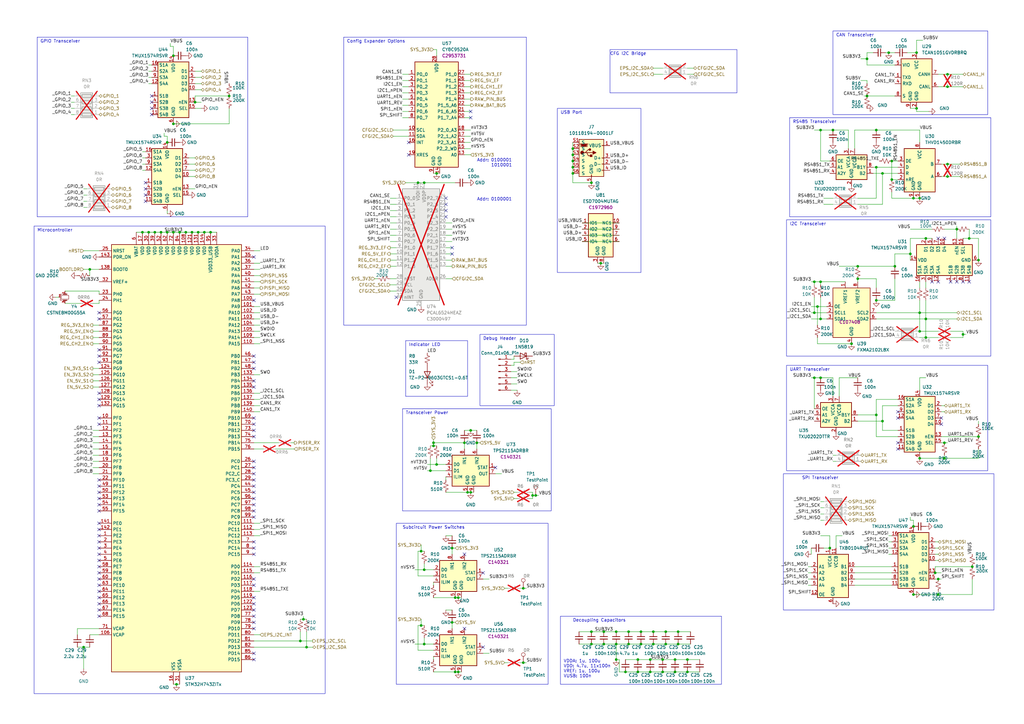
<source format=kicad_sch>
(kicad_sch (version 20230121) (generator eeschema)
  (paper "A3")
  (title_block (date "2024-01-18") (rev "1") (company "Electronic Systems Laboratory"))
  (lib_symbols
    (symbol "Connector:Conn_01x06_Pin" (pin_names (offset 1.016) hide)
      (property "Reference" "J" (at 0 7.62 0))
      (property "Value" "Conn_01x06_Pin" (at 0 -10.16 0))
      (symbol "Conn_01x06_Pin_1_1"
        (pin passive line (at 5.08 5.08 180) (length 3.81) (name "Pin_1") (number "1"))
        (pin passive line (at 5.08 2.54 180) (length 3.81) (name "Pin_2") (number "2"))
        (pin passive line (at 5.08 0 180) (length 3.81) (name "Pin_3") (number "3"))
        (pin passive line (at 5.08 -2.54 180) (length 3.81) (name "Pin_4") (number "4"))
        (pin passive line (at 5.08 -5.08 180) (length 3.81) (name "Pin_5") (number "5"))
        (pin passive line (at 5.08 -7.62 180) (length 3.81) (name "Pin_6") (number "6"))
      )
    )
    (symbol "Connector:TestPoint" (pin_numbers hide) (pin_names (offset 0.762) hide)
      (property "Reference" "TP" (at 0 6.858 0))
      (property "Value" "TestPoint" (at 0 5.08 0))
      (symbol "TestPoint_1_1"
        (pin passive line (at 0 0 90) (length 2.54) (name "1") (number "1"))
      )
    )
    (symbol "Connector:USB_B_Micro" (pin_names (offset 1.016))
      (property "Reference" "J7" (at 0 12.7 0))
      (property "Value" "10118194-0001LF" (at 0 10.16 0))
      (symbol "USB_B_Micro_1_1"
        (pin power_out line (at 7.62 5.08 180) (length 2.54) (name "VBUS") (number "1"))
        (pin bidirectional line (at 7.62 -2.54 180) (length 2.54) (name "D-") (number "2"))
        (pin bidirectional line (at 7.62 0 180) (length 2.54) (name "D+") (number "3"))
        (pin passive line (at 7.62 -5.08 180) (length 2.54) (name "ID") (number "4"))
        (pin power_out line (at 0 -10.16 90) (length 2.54) (name "GND") (number "5"))
        (pin passive line (at -7.62 6.35 0) (length 2.54) (name "S") (number "S1"))
        (pin passive line (at -7.62 3.81 0) (length 2.54) (name "S") (number "S2"))
        (pin passive line (at -7.62 1.27 0) (length 2.54) (name "S") (number "S3"))
        (pin passive line (at -7.62 -1.27 0) (length 2.54) (name "S") (number "S4"))
        (pin passive line (at -7.62 -3.81 0) (length 2.54) (name "S") (number "S5"))
        (pin passive line (at -7.62 -6.35 0) (length 2.54) (name "S") (number "S6"))
      )
    )
    (symbol "Device:C_Small" (pin_numbers hide) (pin_names (offset 0.254) hide)
      (property "Reference" "C" (at 0.254 1.778 0))
      (property "Value" "C_Small" (at 0.254 -2.032 0))
      (symbol "C_Small_1_1"
        (pin passive line (at 0 2.54 270) (length 2.032) (name "~") (number "1"))
        (pin passive line (at 0 -2.54 90) (length 2.032) (name "~") (number "2"))
      )
    )
    (symbol "Device:Crystal_GND2_Small" (pin_names (offset 1.016) hide)
      (property "Reference" "Y" (at 0 5.08 0))
      (property "Value" "Crystal_GND2_Small" (at 0 3.175 0))
      (symbol "Crystal_GND2_Small_1_1"
        (pin passive line (at -2.54 0 0) (length 1.27) (name "1") (number "1"))
        (pin passive line (at 0 -2.54 90) (length 0.635) (name "2") (number "2"))
        (pin passive line (at 2.54 0 180) (length 1.27) (name "3") (number "3"))
      )
    )
    (symbol "Device:LED" (pin_numbers hide) (pin_names (offset 1.016) hide)
      (property "Reference" "D" (at 0 2.54 0))
      (property "Value" "LED" (at 0 -2.54 0))
      (symbol "LED_1_1"
        (pin passive line (at -3.81 0 0) (length 2.54) (name "K") (number "1"))
        (pin passive line (at 3.81 0 180) (length 2.54) (name "A") (number "2"))
      )
    )
    (symbol "Device:R_Pack02" (pin_names (offset 0) hide)
      (property "Reference" "RN" (at -5.08 0 90))
      (property "Value" "R_Pack02" (at 2.54 0 90))
      (symbol "R_Pack02_1_1"
        (pin passive line (at -2.54 -5.08 90) (length 2.54) (name "R1.1") (number "1"))
        (pin passive line (at 0 -5.08 90) (length 2.54) (name "R2.1") (number "2"))
        (pin passive line (at 0 5.08 270) (length 2.54) (name "R2.2") (number "3"))
        (pin passive line (at -2.54 5.08 270) (length 2.54) (name "R1.2") (number "4"))
      )
    )
    (symbol "Device:R_Pack04" (pin_names (offset 0) hide)
      (property "Reference" "RN" (at -7.62 0 90))
      (property "Value" "R_Pack04" (at 5.08 0 90))
      (symbol "R_Pack04_1_1"
        (pin passive line (at -5.08 -5.08 90) (length 2.54) (name "R1.1") (number "1"))
        (pin passive line (at -2.54 -5.08 90) (length 2.54) (name "R2.1") (number "2"))
        (pin passive line (at 0 -5.08 90) (length 2.54) (name "R3.1") (number "3"))
        (pin passive line (at 2.54 -5.08 90) (length 2.54) (name "R4.1") (number "4"))
        (pin passive line (at 2.54 5.08 270) (length 2.54) (name "R4.2") (number "5"))
        (pin passive line (at 0 5.08 270) (length 2.54) (name "R3.2") (number "6"))
        (pin passive line (at -2.54 5.08 270) (length 2.54) (name "R2.2") (number "7"))
        (pin passive line (at -5.08 5.08 270) (length 2.54) (name "R1.2") (number "8"))
      )
    )
    (symbol "Device:R_Small_US" (pin_numbers hide) (pin_names (offset 0.254) hide)
      (property "Reference" "R" (at 0.762 0.508 0))
      (property "Value" "R_Small_US" (at 0.762 -1.016 0))
      (symbol "R_Small_US_1_1"
        (pin passive line (at 0 2.54 270) (length 1.016) (name "~") (number "1"))
        (pin passive line (at 0 -2.54 90) (length 1.016) (name "~") (number "2"))
      )
    )
    (symbol "Diode:1N5819" (pin_numbers hide) (pin_names (offset 1.016) hide)
      (property "Reference" "D" (at 0 2.54 0))
      (property "Value" "1N5819" (at 0 -2.54 0))
      (symbol "1N5819_1_1"
        (pin passive line (at -3.81 0 0) (length 2.54) (name "K") (number "1"))
        (pin passive line (at 3.81 0 180) (length 2.54) (name "A") (number "2"))
      )
    )
    (symbol "ESLGSU_Parts_Lib:CY8C9520A"
      (property "Reference" "U" (at -8.89 15.24 0))
      (property "Value" "CY8C9520A" (at -2.54 0 0))
      (property "LCSC Part" "C2953731" (at 0 0 0))
      (symbol "CY8C9520A_1_0"
        (pin input line (at -11.43 -13.97 0) (length 2.54) (name "SCL") (number "10"))
        (pin bidirectional line (at -11.43 -16.51 0) (length 2.54) (name "SDA") (number "11"))
        (pin bidirectional line (at 11.43 -19.05 180) (length 2.54) (name "P2_3_A1") (number "12"))
        (pin bidirectional line (at 11.43 -24.13 180) (length 2.54) (name "A0") (number "13"))
        (pin power_in line (at 1.27 -31.75 90) (length 2.54) (name "GND") (number "14"))
        (pin bidirectional line (at 11.43 -21.59 180) (length 2.54) (name "P2_2_WD") (number "15"))
        (pin output line (at -11.43 -19.05 0) (length 2.54) (name "INT") (number "16"))
        (pin bidirectional line (at 11.43 -16.51 180) (length 2.54) (name "P2_1_A2") (number "17"))
        (pin bidirectional line (at 11.43 -13.97 180) (length 2.54) (name "P2_0_A3") (number "18"))
        (pin input line (at -11.43 -24.13 0) (length 2.54) (name "XRES") (number "19"))
        (pin bidirectional line (at -11.43 6.35 0) (length 2.54) (name "P0_1") (number "2"))
        (pin bidirectional line (at 11.43 -8.89 180) (length 2.54) (name "P1_7_A4") (number "20"))
        (pin bidirectional line (at 11.43 -6.35 180) (length 2.54) (name "P1_6_A5") (number "21"))
        (pin bidirectional line (at 11.43 -3.81 180) (length 2.54) (name "P1_5_A6") (number "22"))
        (pin bidirectional line (at 11.43 -1.27 180) (length 2.54) (name "P1_4") (number "23"))
        (pin bidirectional line (at 11.43 1.27 180) (length 2.54) (name "P1_3") (number "24"))
        (pin bidirectional line (at 11.43 3.81 180) (length 2.54) (name "P1_2") (number "25"))
        (pin bidirectional line (at 11.43 6.35 180) (length 2.54) (name "P1_1") (number "26"))
        (pin bidirectional line (at 11.43 8.89 180) (length 2.54) (name "P1_0") (number "27"))
        (pin power_in line (at 0 16.51 270) (length 2.54) (name "VDD") (number "28"))
        (pin bidirectional line (at -11.43 3.81 0) (length 2.54) (name "P0_2") (number "3"))
        (pin bidirectional line (at -11.43 1.27 0) (length 2.54) (name "P0_3") (number "4"))
        (pin bidirectional line (at -11.43 -1.27 0) (length 2.54) (name "P0_4") (number "5"))
        (pin bidirectional line (at -11.43 -3.81 0) (length 2.54) (name "P0_5") (number "6"))
        (pin bidirectional line (at -11.43 -6.35 0) (length 2.54) (name "P0_6") (number "7"))
        (pin bidirectional line (at -11.43 -8.89 0) (length 2.54) (name "P0_7") (number "8"))
        (pin power_in line (at -1.27 -31.75 90) (length 2.54) (name "GND") (number "9"))
      )
      (symbol "CY8C9520A_1_1"
        (pin bidirectional line (at -11.43 8.89 0) (length 2.54) (name "P0_0") (number "1"))
      )
    )
    (symbol "ESLGSU_Parts_Lib:ESD7004MUTAG"
      (property "Reference" "U80" (at 0 16.51 0))
      (property "Value" "ESD7004MUTAG" (at 0 13.97 0))
      (property "LCSC Part" "C1972960" (at 0 11.43 0))
      (symbol "ESD7004MUTAG_1_1"
        (pin passive line (at -7.62 5.08 0) (length 2.54) (name "IO1") (number "1"))
        (pin passive line (at 7.62 5.08 180) (length 2.54) (name "NC1") (number "10"))
        (pin passive line (at -7.62 2.54 0) (length 2.54) (name "IO2") (number "2"))
        (pin power_in line (at -1.27 -11.43 90) (length 2.54) (name "GND") (number "3"))
        (pin passive line (at -7.62 0 0) (length 2.54) (name "IO3") (number "4"))
        (pin passive line (at -7.62 -2.54 0) (length 2.54) (name "IO4") (number "5"))
        (pin passive line (at 7.62 -2.54 180) (length 2.54) (name "NC4") (number "6"))
        (pin passive line (at 7.62 0 180) (length 2.54) (name "NC3") (number "7"))
        (pin power_in line (at 1.27 -11.43 90) (length 2.54) (name "GND") (number "8"))
        (pin passive line (at 7.62 2.54 180) (length 2.54) (name "NC2") (number "9"))
      )
    )
    (symbol "ESLGSU_Parts_Lib:FXMA2102L8X"
      (property "Reference" "U" (at -13.97 21.59 0))
      (property "Value" "FXMA2102L8X" (at -1.27 22.86 0))
      (property "LCSC Part" "C107408" (at -1.27 22.86 0))
      (symbol "FXMA2102L8X_1_1"
        (pin power_in line (at -2.54 13.97 270) (length 2.54) (name "VREF1") (number "1"))
        (pin bidirectional line (at -10.16 1.27 0) (length 2.54) (name "SCL1") (number "2"))
        (pin bidirectional line (at -10.16 -1.27 0) (length 2.54) (name "SDA1") (number "3"))
        (pin power_in line (at 0 -11.43 90) (length 2.54) (name "GND") (number "4"))
        (pin input line (at -10.16 3.81 0) (length 2.54) (name "OE") (number "5"))
        (pin bidirectional line (at 10.16 -1.27 180) (length 2.54) (name "SDA2") (number "6"))
        (pin bidirectional line (at 10.16 1.27 180) (length 2.54) (name "SCL2") (number "7"))
        (pin power_in line (at 2.54 13.97 270) (length 2.54) (name "VREF2") (number "8"))
      )
    )
    (symbol "ESLGSU_Parts_Lib:PCAL6524"
      (property "Reference" "U" (at -7.62 8.89 0))
      (property "Value" "PCAL6524HEAZ" (at 8.89 8.89 0))
      (property "LCSC Part" "C3000497" (at 0 0 0))
      (symbol "PCAL6524_0_0"
        (pin bidirectional line (at -10.16 3.81 0) (length 2.54) (name "P0_0") (number "1"))
        (pin bidirectional line (at -10.16 -19.05 0) (length 2.54) (name "P1_1") (number "10"))
        (pin bidirectional line (at -10.16 -21.59 0) (length 2.54) (name "P1_2") (number "11"))
        (pin bidirectional line (at -10.16 -24.13 0) (length 2.54) (name "P1_3") (number "12"))
        (pin bidirectional line (at 10.16 -24.13 180) (length 2.54) (name "P1_4") (number "13"))
        (pin bidirectional line (at 10.16 -21.59 180) (length 2.54) (name "P1_5") (number "14"))
        (pin bidirectional line (at 10.16 -19.05 180) (length 2.54) (name "P1_6") (number "15"))
        (pin bidirectional line (at 10.16 -16.51 180) (length 2.54) (name "P1_7") (number "16"))
        (pin bidirectional line (at 10.16 -13.97 180) (length 2.54) (name "P2_0") (number "17"))
        (pin bidirectional line (at 10.16 -11.43 180) (length 2.54) (name "P2_1") (number "18"))
        (pin bidirectional line (at 10.16 -8.89 180) (length 2.54) (name "P2_2") (number "19"))
        (pin bidirectional line (at -10.16 1.27 0) (length 2.54) (name "P0_1") (number "2"))
        (pin bidirectional line (at 10.16 -6.35 180) (length 2.54) (name "P2_3") (number "20"))
        (pin bidirectional line (at 10.16 -3.81 180) (length 2.54) (name "P2_4") (number "21"))
        (pin bidirectional line (at 10.16 -1.27 180) (length 2.54) (name "P2_5") (number "22"))
        (pin bidirectional line (at 10.16 1.27 180) (length 2.54) (name "P2_6") (number "23"))
        (pin bidirectional line (at 10.16 3.81 180) (length 2.54) (name "P2_7") (number "24"))
        (pin power_in line (at 0 -40.64 90) (length 2.54) (name "GND") (number "25"))
        (pin passive line (at 10.16 -29.21 180) (length 2.54) (name "ADDR") (number "26"))
        (pin power_in line (at 1.27 10.16 270) (length 2.54) (name "VDDP") (number "27"))
        (pin input line (at -10.16 -29.21 0) (length 2.54) (name "nRST") (number "28"))
        (pin input line (at -10.16 -31.75 0) (length 2.54) (name "SCL") (number "29"))
        (pin bidirectional line (at -10.16 -1.27 0) (length 2.54) (name "P0_2") (number "3"))
        (pin bidirectional line (at -10.16 -34.29 0) (length 2.54) (name "SDA") (number "30"))
        (pin power_in line (at -1.27 10.16 270) (length 2.54) (name "VDDI") (number "31"))
        (pin open_collector line (at -10.16 -36.83 0) (length 2.54) (name "nINT") (number "32"))
        (pin bidirectional line (at -10.16 -3.81 0) (length 2.54) (name "P0_3") (number "4"))
        (pin bidirectional line (at -10.16 -6.35 0) (length 2.54) (name "P0_4") (number "5"))
        (pin bidirectional line (at -10.16 -8.89 0) (length 2.54) (name "P0_5") (number "6"))
        (pin bidirectional line (at -10.16 -11.43 0) (length 2.54) (name "P0_6") (number "7"))
        (pin bidirectional line (at -10.16 -13.97 0) (length 2.54) (name "P0_7") (number "8"))
        (pin bidirectional line (at -10.16 -16.51 0) (length 2.54) (name "P1_0") (number "9"))
      )
    )
    (symbol "ESLGSU_Parts_Lib:TCAN1051GVDRBRQ1"
      (property "Reference" "U" (at -6.35 10.16 0))
      (property "Value" "TCAN1051GVDRBRQ" (at 10.16 10.16 0))
      (symbol "TCAN1051GVDRBRQ1_1_1"
        (pin input line (at -8.89 1.27 0) (length 2.54) (name "TXD") (number "1"))
        (pin power_in line (at 0 -11.43 90) (length 2.54) (name "GND") (number "2"))
        (pin power_in line (at 0 11.43 270) (length 2.54) (name "VCC") (number "3"))
        (pin output line (at -8.89 -1.27 0) (length 2.54) (name "RXD") (number "4"))
        (pin power_in line (at -8.89 6.35 0) (length 2.54) (name "VIO") (number "5"))
        (pin bidirectional line (at 8.89 -2.54 180) (length 2.54) (name "CANL") (number "6"))
        (pin bidirectional line (at 8.89 2.54 180) (length 2.54) (name "CANH") (number "7"))
        (pin input line (at -8.89 -6.35 0) (length 2.54) (name "S") (number "8"))
        (pin power_in line (at -2.54 -11.43 90) (length 2.54) (name "GND") (number "9"))
      )
    )
    (symbol "ESLGSU_Parts_Lib:THVD1450"
      (property "Reference" "U" (at -7.62 10.16 0))
      (property "Value" "THVD1450DRBR" (at 0 0 0))
      (symbol "THVD1450_1_1"
        (pin output line (at -8.89 -1.27 0) (length 2.54) (name "R") (number "1"))
        (pin input line (at -8.89 -3.81 0) (length 2.54) (name "nRE") (number "2"))
        (pin input line (at -8.89 3.81 0) (length 2.54) (name "DE") (number "3"))
        (pin input line (at -8.89 1.27 0) (length 2.54) (name "D") (number "4"))
        (pin power_in line (at 0 -11.43 90) (length 2.54) (name "GND") (number "5"))
        (pin bidirectional line (at 8.89 -2.54 180) (length 2.54) (name "A") (number "6"))
        (pin bidirectional line (at 8.89 2.54 180) (length 2.54) (name "B") (number "7"))
        (pin power_in line (at 0 11.43 270) (length 2.54) (name "VCC") (number "8"))
        (pin power_in line (at -2.54 -11.43 90) (length 2.54) (name "GND") (number "9"))
      )
    )
    (symbol "ESLGSU_Parts_Lib:TMUX1574RSVR"
      (property "Reference" "U" (at -6.35 12.7 0))
      (property "Value" "TMUX1574RSVR" (at 8.89 12.7 0))
      (symbol "TMUX1574RSVR_1_0"
        (pin bidirectional line (at 8.89 -2.54 180) (length 2.54) (name "S1B") (number "1"))
        (pin bidirectional line (at -8.89 0 0) (length 2.54) (name "D4") (number "10"))
        (pin bidirectional line (at 8.89 -10.16 180) (length 2.54) (name "S4B") (number "11"))
        (pin bidirectional line (at 8.89 2.54 180) (length 2.54) (name "S4A") (number "12"))
        (pin input line (at -8.89 -5.08 0) (length 2.54) (name "nEN") (number "13"))
        (pin power_in line (at 0 13.97 270) (length 2.54) (name "VDD") (number "14"))
        (pin input line (at -8.89 -7.62 0) (length 2.54) (name "SEL") (number "15"))
        (pin bidirectional line (at 8.89 10.16 180) (length 2.54) (name "S1A") (number "16"))
        (pin bidirectional line (at 8.89 7.62 180) (length 2.54) (name "S2A") (number "3"))
        (pin bidirectional line (at 8.89 -5.08 180) (length 2.54) (name "S2B") (number "4"))
        (pin bidirectional line (at -8.89 5.08 0) (length 2.54) (name "D2") (number "5"))
        (pin power_in line (at 0 -13.97 90) (length 2.54) (name "GND") (number "6"))
        (pin bidirectional line (at -8.89 2.54 0) (length 2.54) (name "D3") (number "7"))
        (pin bidirectional line (at 8.89 -7.62 180) (length 2.54) (name "S3B") (number "8"))
        (pin bidirectional line (at 8.89 5.08 180) (length 2.54) (name "S3A") (number "9"))
      )
      (symbol "TMUX1574RSVR_1_1"
        (pin bidirectional line (at -8.89 7.62 0) (length 2.54) (name "D1") (number "2"))
      )
    )
    (symbol "ESLGSU_Parts_Lib:TPS2115ADRBR"
      (property "Reference" "U" (at -7.62 7.62 0))
      (property "Value" "TPS2115ADRBR" (at 11.43 7.62 0))
      (property "LCSC Part" "C140321" (at 0 0 0))
      (symbol "TPS2115ADRBR_1_1"
        (pin open_collector line (at 10.16 1.27 180) (length 2.54) (name "STAT") (number "1"))
        (pin input line (at -10.16 2.54 0) (length 2.54) (name "D0") (number "2"))
        (pin input line (at -10.16 0 0) (length 2.54) (name "D1") (number "3"))
        (pin input line (at -10.16 -2.54 0) (length 2.54) (name "ILIM") (number "4"))
        (pin power_in line (at -1.27 -8.89 90) (length 2.54) (name "GND") (number "5"))
        (pin power_in line (at 2.54 8.89 270) (length 2.54) (name "IN2") (number "6"))
        (pin power_out line (at 10.16 -1.27 180) (length 2.54) (name "OUT") (number "7"))
        (pin power_in line (at -2.54 8.89 270) (length 2.54) (name "IN1") (number "8"))
        (pin power_in line (at 1.27 -8.89 90) (length 2.54) (name "GND") (number "9"))
      )
    )
    (symbol "ESLGSU_Parts_Lib:TXB0104RUTR"
      (property "Reference" "U" (at -6.35 -3.81 0))
      (property "Value" "TXB0104RUTR" (at 8.89 -3.81 0))
      (symbol "TXB0104RUTR_1_1"
        (pin power_in line (at -1.27 -2.54 270) (length 2.54) (name "VCCA") (number "1"))
        (pin bidirectional line (at 8.89 -10.16 180) (length 2.54) (name "B1") (number "10"))
        (pin power_in line (at 1.27 -2.54 270) (length 2.54) (name "VCCB") (number "11"))
        (pin input line (at -8.89 -21.59 0) (length 2.54) (name "OE") (number "12"))
        (pin bidirectional line (at -8.89 -10.16 0) (length 2.54) (name "A1") (number "2"))
        (pin bidirectional line (at -8.89 -12.7 0) (length 2.54) (name "A2") (number "3"))
        (pin bidirectional line (at -8.89 -15.24 0) (length 2.54) (name "A3") (number "4"))
        (pin bidirectional line (at -8.89 -17.78 0) (length 2.54) (name "A4") (number "5"))
        (pin power_in line (at 0 -25.4 90) (length 2.54) (name "GND") (number "6"))
        (pin bidirectional line (at 8.89 -17.78 180) (length 2.54) (name "B4") (number "7"))
        (pin bidirectional line (at 8.89 -15.24 180) (length 2.54) (name "B3") (number "8"))
        (pin bidirectional line (at 8.89 -12.7 180) (length 2.54) (name "B2") (number "9"))
      )
    )
    (symbol "ESLGSU_Parts_Lib:TXU0202-Q1"
      (property "Reference" "U" (at -7.62 6.35 0))
      (property "Value" "TXU0202DTTR" (at 8.89 6.35 0))
      (symbol "TXU0202-Q1_1_1"
        (pin input line (at 8.89 -2.54 180) (length 2.54) (name "B2") (number "1"))
        (pin power_in line (at 0 -7.62 90) (length 2.54) (name "GND") (number "2"))
        (pin power_in line (at -1.27 7.62 270) (length 2.54) (name "VCCA") (number "3"))
        (pin output line (at -8.89 -2.54 0) (length 2.54) (name "A2Y") (number "4"))
        (pin input line (at -8.89 0 0) (length 2.54) (name "A1") (number "5"))
        (pin input line (at -8.89 2.54 0) (length 2.54) (name "OE") (number "6"))
        (pin power_in line (at 1.27 7.62 270) (length 2.54) (name "VCCB") (number "7"))
        (pin input line (at 8.89 0 180) (length 2.54) (name "B1Y") (number "8"))
      )
    )
    (symbol "MCU_ST_STM32H7:STM32H743ZITx"
      (property "Reference" "U" (at -25.4 90.17 0))
      (property "Value" "STM32H743ZITx" (at 20.32 90.17 0))
      (symbol "STM32H743ZITx_1_1"
        (pin bidirectional line (at -30.48 -30.48 0) (length 5.08) (name "PE2") (number "1"))
        (pin bidirectional line (at -30.48 17.78 0) (length 5.08) (name "PF0") (number "10"))
        (pin bidirectional line (at 33.02 66.04 180) (length 5.08) (name "PA8") (number "100"))
        (pin bidirectional line (at 33.02 63.5 180) (length 5.08) (name "PA9") (number "101"))
        (pin bidirectional line (at 33.02 60.96 180) (length 5.08) (name "PA10") (number "102"))
        (pin bidirectional line (at 33.02 58.42 180) (length 5.08) (name "PA11") (number "103"))
        (pin bidirectional line (at 33.02 55.88 180) (length 5.08) (name "PA12") (number "104"))
        (pin bidirectional line (at 33.02 53.34 180) (length 5.08) (name "PA13") (number "105"))
        (pin power_out line (at -30.48 -71.12 0) (length 5.08) (name "VCAP") (number "106"))
        (pin passive line (at 0 -91.44 90) (length 5.08) hide (name "VSS") (number "107"))
        (pin power_in line (at 5.08 93.98 270) (length 5.08) (name "VDD") (number "108"))
        (pin bidirectional line (at 33.02 50.8 180) (length 5.08) (name "PA14") (number "109"))
        (pin bidirectional line (at -30.48 15.24 0) (length 5.08) (name "PF1") (number "11"))
        (pin bidirectional line (at 33.02 48.26 180) (length 5.08) (name "PA15") (number "110"))
        (pin bidirectional line (at 33.02 -25.4 180) (length 5.08) (name "PC10") (number "111"))
        (pin bidirectional line (at 33.02 -27.94 180) (length 5.08) (name "PC11") (number "112"))
        (pin bidirectional line (at 33.02 -30.48 180) (length 5.08) (name "PC12") (number "113"))
        (pin bidirectional line (at 33.02 -43.18 180) (length 5.08) (name "PD0") (number "114"))
        (pin bidirectional line (at 33.02 -45.72 180) (length 5.08) (name "PD1") (number "115"))
        (pin bidirectional line (at 33.02 -48.26 180) (length 5.08) (name "PD2") (number "116"))
        (pin bidirectional line (at 33.02 -50.8 180) (length 5.08) (name "PD3") (number "117"))
        (pin bidirectional line (at 33.02 -53.34 180) (length 5.08) (name "PD4") (number "118"))
        (pin bidirectional line (at 33.02 -55.88 180) (length 5.08) (name "PD5") (number "119"))
        (pin bidirectional line (at -30.48 12.7 0) (length 5.08) (name "PF2") (number "12"))
        (pin passive line (at 0 -91.44 90) (length 5.08) hide (name "VSS") (number "120"))
        (pin power_in line (at 7.62 93.98 270) (length 5.08) (name "VDD") (number "121"))
        (pin bidirectional line (at 33.02 -58.42 180) (length 5.08) (name "PD6") (number "122"))
        (pin bidirectional line (at 33.02 -60.96 180) (length 5.08) (name "PD7") (number "123"))
        (pin bidirectional line (at -30.48 38.1 0) (length 5.08) (name "PG9") (number "124"))
        (pin bidirectional line (at -30.48 35.56 0) (length 5.08) (name "PG10") (number "125"))
        (pin bidirectional line (at -30.48 33.02 0) (length 5.08) (name "PG11") (number "126"))
        (pin bidirectional line (at -30.48 30.48 0) (length 5.08) (name "PG12") (number "127"))
        (pin bidirectional line (at -30.48 27.94 0) (length 5.08) (name "PG13") (number "128"))
        (pin bidirectional line (at -30.48 25.4 0) (length 5.08) (name "PG14") (number "129"))
        (pin bidirectional line (at -30.48 10.16 0) (length 5.08) (name "PF3") (number "13"))
        (pin passive line (at 0 -91.44 90) (length 5.08) hide (name "VSS") (number "130"))
        (pin power_in line (at 10.16 93.98 270) (length 5.08) (name "VDD") (number "131"))
        (pin bidirectional line (at -30.48 22.86 0) (length 5.08) (name "PG15") (number "132"))
        (pin bidirectional line (at 33.02 35.56 180) (length 5.08) (name "PB3") (number "133"))
        (pin bidirectional line (at 33.02 33.02 180) (length 5.08) (name "PB4") (number "134"))
        (pin bidirectional line (at 33.02 30.48 180) (length 5.08) (name "PB5") (number "135"))
        (pin bidirectional line (at 33.02 27.94 180) (length 5.08) (name "PB6") (number "136"))
        (pin bidirectional line (at 33.02 25.4 180) (length 5.08) (name "PB7") (number "137"))
        (pin input line (at -30.48 78.74 0) (length 5.08) (name "BOOT0") (number "138"))
        (pin bidirectional line (at 33.02 22.86 180) (length 5.08) (name "PB8") (number "139"))
        (pin bidirectional line (at -30.48 7.62 0) (length 5.08) (name "PF4") (number "14"))
        (pin bidirectional line (at 33.02 20.32 180) (length 5.08) (name "PB9") (number "140"))
        (pin bidirectional line (at -30.48 -25.4 0) (length 5.08) (name "PE0") (number "141"))
        (pin bidirectional line (at -30.48 -27.94 0) (length 5.08) (name "PE1") (number "142"))
        (pin input line (at -30.48 83.82 0) (length 5.08) (name "PDR_ON") (number "143"))
        (pin power_in line (at 12.7 93.98 270) (length 5.08) (name "VDD") (number "144"))
        (pin bidirectional line (at -30.48 5.08 0) (length 5.08) (name "PF5") (number "15"))
        (pin power_in line (at 0 -91.44 90) (length 5.08) (name "VSS") (number "16"))
        (pin power_in line (at -12.7 93.98 270) (length 5.08) (name "VDD") (number "17"))
        (pin bidirectional line (at -30.48 2.54 0) (length 5.08) (name "PF6") (number "18"))
        (pin bidirectional line (at -30.48 0 0) (length 5.08) (name "PF7") (number "19"))
        (pin bidirectional line (at -30.48 -33.02 0) (length 5.08) (name "PE3") (number "2"))
        (pin bidirectional line (at -30.48 -2.54 0) (length 5.08) (name "PF8") (number "20"))
        (pin bidirectional line (at -30.48 -5.08 0) (length 5.08) (name "PF9") (number "21"))
        (pin bidirectional line (at -30.48 -7.62 0) (length 5.08) (name "PF10") (number "22"))
        (pin bidirectional line (at -30.48 68.58 0) (length 5.08) (name "PH0") (number "23"))
        (pin bidirectional line (at -30.48 66.04 0) (length 5.08) (name "PH1") (number "24"))
        (pin input line (at -30.48 86.36 0) (length 5.08) (name "NRST") (number "25"))
        (pin bidirectional line (at 33.02 0 180) (length 5.08) (name "PC0") (number "26"))
        (pin bidirectional line (at 33.02 -2.54 180) (length 5.08) (name "PC1") (number "27"))
        (pin bidirectional line (at 33.02 -5.08 180) (length 5.08) (name "PC2_C") (number "28"))
        (pin bidirectional line (at 33.02 -7.62 180) (length 5.08) (name "PC3_C") (number "29"))
        (pin bidirectional line (at -30.48 -35.56 0) (length 5.08) (name "PE4") (number "3"))
        (pin power_in line (at -10.16 93.98 270) (length 5.08) (name "VDD") (number "30"))
        (pin power_in line (at 2.54 -91.44 90) (length 5.08) (name "VSSA") (number "31"))
        (pin input line (at -30.48 73.66 0) (length 5.08) (name "VREF+") (number "32"))
        (pin power_in line (at 17.78 93.98 270) (length 5.08) (name "VDDA") (number "33"))
        (pin bidirectional line (at 33.02 86.36 180) (length 5.08) (name "PA0") (number "34"))
        (pin bidirectional line (at 33.02 83.82 180) (length 5.08) (name "PA1") (number "35"))
        (pin bidirectional line (at 33.02 81.28 180) (length 5.08) (name "PA2") (number "36"))
        (pin bidirectional line (at 33.02 78.74 180) (length 5.08) (name "PA3") (number "37"))
        (pin passive line (at 0 -91.44 90) (length 5.08) hide (name "VSS") (number "38"))
        (pin power_in line (at -7.62 93.98 270) (length 5.08) (name "VDD") (number "39"))
        (pin bidirectional line (at -30.48 -38.1 0) (length 5.08) (name "PE5") (number "4"))
        (pin bidirectional line (at 33.02 76.2 180) (length 5.08) (name "PA4") (number "40"))
        (pin bidirectional line (at 33.02 73.66 180) (length 5.08) (name "PA5") (number "41"))
        (pin bidirectional line (at 33.02 71.12 180) (length 5.08) (name "PA6") (number "42"))
        (pin bidirectional line (at 33.02 68.58 180) (length 5.08) (name "PA7") (number "43"))
        (pin bidirectional line (at 33.02 -10.16 180) (length 5.08) (name "PC4") (number "44"))
        (pin bidirectional line (at 33.02 -12.7 180) (length 5.08) (name "PC5") (number "45"))
        (pin bidirectional line (at 33.02 43.18 180) (length 5.08) (name "PB0") (number "46"))
        (pin bidirectional line (at 33.02 40.64 180) (length 5.08) (name "PB1") (number "47"))
        (pin bidirectional line (at 33.02 38.1 180) (length 5.08) (name "PB2") (number "48"))
        (pin bidirectional line (at -30.48 -10.16 0) (length 5.08) (name "PF11") (number "49"))
        (pin bidirectional line (at -30.48 -40.64 0) (length 5.08) (name "PE6") (number "5"))
        (pin bidirectional line (at -30.48 -12.7 0) (length 5.08) (name "PF12") (number "50"))
        (pin passive line (at 0 -91.44 90) (length 5.08) hide (name "VSS") (number "51"))
        (pin power_in line (at -5.08 93.98 270) (length 5.08) (name "VDD") (number "52"))
        (pin bidirectional line (at -30.48 -15.24 0) (length 5.08) (name "PF13") (number "53"))
        (pin bidirectional line (at -30.48 -17.78 0) (length 5.08) (name "PF14") (number "54"))
        (pin bidirectional line (at -30.48 -20.32 0) (length 5.08) (name "PF15") (number "55"))
        (pin bidirectional line (at -30.48 60.96 0) (length 5.08) (name "PG0") (number "56"))
        (pin bidirectional line (at -30.48 58.42 0) (length 5.08) (name "PG1") (number "57"))
        (pin bidirectional line (at -30.48 -43.18 0) (length 5.08) (name "PE7") (number "58"))
        (pin bidirectional line (at -30.48 -45.72 0) (length 5.08) (name "PE8") (number "59"))
        (pin power_in line (at -15.24 93.98 270) (length 5.08) (name "VBAT") (number "6"))
        (pin bidirectional line (at -30.48 -48.26 0) (length 5.08) (name "PE9") (number "60"))
        (pin passive line (at 0 -91.44 90) (length 5.08) hide (name "VSS") (number "61"))
        (pin power_in line (at -2.54 93.98 270) (length 5.08) (name "VDD") (number "62"))
        (pin bidirectional line (at -30.48 -50.8 0) (length 5.08) (name "PE10") (number "63"))
        (pin bidirectional line (at -30.48 -53.34 0) (length 5.08) (name "PE11") (number "64"))
        (pin bidirectional line (at -30.48 -55.88 0) (length 5.08) (name "PE12") (number "65"))
        (pin bidirectional line (at -30.48 -58.42 0) (length 5.08) (name "PE13") (number "66"))
        (pin bidirectional line (at -30.48 -60.96 0) (length 5.08) (name "PE14") (number "67"))
        (pin bidirectional line (at -30.48 -63.5 0) (length 5.08) (name "PE15") (number "68"))
        (pin bidirectional line (at 33.02 17.78 180) (length 5.08) (name "PB10") (number "69"))
        (pin bidirectional line (at 33.02 -33.02 180) (length 5.08) (name "PC13") (number "7"))
        (pin bidirectional line (at 33.02 15.24 180) (length 5.08) (name "PB11") (number "70"))
        (pin power_out line (at -30.48 -68.58 0) (length 5.08) (name "VCAP") (number "71"))
        (pin power_in line (at 0 93.98 270) (length 5.08) (name "VDD") (number "72"))
        (pin bidirectional line (at 33.02 12.7 180) (length 5.08) (name "PB12") (number "73"))
        (pin bidirectional line (at 33.02 10.16 180) (length 5.08) (name "PB13") (number "74"))
        (pin bidirectional line (at 33.02 7.62 180) (length 5.08) (name "PB14") (number "75"))
        (pin bidirectional line (at 33.02 5.08 180) (length 5.08) (name "PB15") (number "76"))
        (pin bidirectional line (at 33.02 -63.5 180) (length 5.08) (name "PD8") (number "77"))
        (pin bidirectional line (at 33.02 -66.04 180) (length 5.08) (name "PD9") (number "78"))
        (pin bidirectional line (at 33.02 -68.58 180) (length 5.08) (name "PD10") (number "79"))
        (pin bidirectional line (at 33.02 -35.56 180) (length 5.08) (name "PC14") (number "8"))
        (pin bidirectional line (at 33.02 -71.12 180) (length 5.08) (name "PD11") (number "80"))
        (pin bidirectional line (at 33.02 -73.66 180) (length 5.08) (name "PD12") (number "81"))
        (pin bidirectional line (at 33.02 -76.2 180) (length 5.08) (name "PD13") (number "82"))
        (pin passive line (at 0 -91.44 90) (length 5.08) hide (name "VSS") (number "83"))
        (pin power_in line (at 2.54 93.98 270) (length 5.08) (name "VDD") (number "84"))
        (pin bidirectional line (at 33.02 -78.74 180) (length 5.08) (name "PD14") (number "85"))
        (pin bidirectional line (at 33.02 -81.28 180) (length 5.08) (name "PD15") (number "86"))
        (pin bidirectional line (at -30.48 55.88 0) (length 5.08) (name "PG2") (number "87"))
        (pin bidirectional line (at -30.48 53.34 0) (length 5.08) (name "PG3") (number "88"))
        (pin bidirectional line (at -30.48 50.8 0) (length 5.08) (name "PG4") (number "89"))
        (pin bidirectional line (at 33.02 -38.1 180) (length 5.08) (name "PC15") (number "9"))
        (pin bidirectional line (at -30.48 48.26 0) (length 5.08) (name "PG5") (number "90"))
        (pin bidirectional line (at -30.48 45.72 0) (length 5.08) (name "PG6") (number "91"))
        (pin bidirectional line (at -30.48 43.18 0) (length 5.08) (name "PG7") (number "92"))
        (pin bidirectional line (at -30.48 40.64 0) (length 5.08) (name "PG8") (number "93"))
        (pin passive line (at 0 -91.44 90) (length 5.08) hide (name "VSS") (number "94"))
        (pin power_in line (at 15.24 93.98 270) (length 5.08) (name "VDD33_USB") (number "95"))
        (pin bidirectional line (at 33.02 -15.24 180) (length 5.08) (name "PC6") (number "96"))
        (pin bidirectional line (at 33.02 -17.78 180) (length 5.08) (name "PC7") (number "97"))
        (pin bidirectional line (at 33.02 -20.32 180) (length 5.08) (name "PC8") (number "98"))
        (pin bidirectional line (at 33.02 -22.86 180) (length 5.08) (name "PC9") (number "99"))
      )
    )
    (symbol "power:GND" (power) (pin_names (offset 0))
      (property "Value" "GND" (at 0 -3.81 0))
      (symbol "GND_1_1"
        (pin power_in line (at 0 0 270) (length 0) hide (name "GND") (number "1"))
      )
    )
  )
  (junction (at 361.95 71.12))
  (junction (at 252.73 264.16))
  (junction (at 377.19 128.27))
  (junction (at 172.72 256.54))
  (junction (at 361.95 172.72))
  (junction (at 187.96 245.11))
  (junction (at 375.92 21.59))
  (junction (at 336.55 130.81))
  (junction (at 383.54 234.95))
  (junction (at 351.79 114.3))
  (junction (at 191.77 201.93))
  (junction (at 267.97 264.16))
  (junction (at 214.63 271.78))
  (junction (at 125.73 265.43))
  (junction (at 281.94 270.51))
  (junction (at 267.97 259.08))
  (junction (at 195.58 181.61))
  (junction (at 262.89 259.08))
  (junction (at 124.46 254))
  (junction (at 359.41 123.19))
  (junction (at 374.65 81.28))
  (junction (at 377.19 81.28))
  (junction (at 388.62 35.56))
  (junction (at 171.45 74.93))
  (junction (at 186.69 245.11))
  (junction (at 278.13 264.16))
  (junction (at 401.32 179.07))
  (junction (at 336.55 154.94))
  (junction (at 281.94 275.59))
  (junction (at 81.28 95.25))
  (junction (at 58.42 95.25))
  (junction (at 388.62 30.48))
  (junction (at 359.41 170.18))
  (junction (at 266.7 275.59))
  (junction (at 247.65 264.16))
  (junction (at 176.53 193.04))
  (junction (at 355.6 24.13))
  (junction (at 86.36 95.25))
  (junction (at 173.99 74.93))
  (junction (at 60.96 95.25))
  (junction (at 387.35 187.96))
  (junction (at 172.72 226.06))
  (junction (at 234.95 63.5))
  (junction (at 334.01 115.57))
  (junction (at 336.55 53.34))
  (junction (at 234.95 66.04))
  (junction (at 351.79 109.22))
  (junction (at 334.01 128.27))
  (junction (at 349.25 140.97))
  (junction (at 190.5 181.61))
  (junction (at 72.39 280.67))
  (junction (at 36.83 110.49))
  (junction (at 398.78 232.41))
  (junction (at 262.89 264.16))
  (junction (at 359.41 53.34))
  (junction (at 68.58 95.25))
  (junction (at 367.03 109.22))
  (junction (at 193.04 176.53))
  (junction (at 242.57 259.08))
  (junction (at 379.73 130.81))
  (junction (at 340.36 224.79))
  (junction (at 365.76 73.66))
  (junction (at 261.62 275.59))
  (junction (at 93.98 39.37))
  (junction (at 219.71 203.2))
  (junction (at 384.81 237.49))
  (junction (at 187.96 275.59))
  (junction (at 214.63 241.3))
  (junction (at 242.57 264.16))
  (junction (at 185.42 255.27))
  (junction (at 336.55 115.57))
  (junction (at 335.28 125.73))
  (junction (at 375.92 44.45))
  (junction (at 234.95 71.12))
  (junction (at 257.81 259.08))
  (junction (at 179.07 190.5))
  (junction (at 63.5 95.25))
  (junction (at 341.63 53.34))
  (junction (at 261.62 270.51))
  (junction (at 374.65 215.9))
  (junction (at 71.12 95.25))
  (junction (at 266.7 270.51))
  (junction (at 173.99 264.16))
  (junction (at 177.8 182.88))
  (junction (at 71.12 22.86))
  (junction (at 278.13 259.08))
  (junction (at 388.62 67.31))
  (junction (at 193.04 201.93))
  (junction (at 234.95 60.96))
  (junction (at 73.66 95.25))
  (junction (at 68.58 58.42))
  (junction (at 334.01 154.94))
  (junction (at 34.29 265.43))
  (junction (at 387.35 181.61))
  (junction (at 247.65 259.08))
  (junction (at 273.05 264.16))
  (junction (at 71.12 50.8))
  (junction (at 373.38 104.14))
  (junction (at 246.38 107.95))
  (junction (at 185.42 224.79))
  (junction (at 377.19 135.89))
  (junction (at 256.54 275.59))
  (junction (at 78.74 95.25))
  (junction (at 359.41 68.58))
  (junction (at 379.73 138.43))
  (junction (at 234.95 68.58))
  (junction (at 83.82 95.25))
  (junction (at 394.97 137.16))
  (junction (at 364.49 21.59))
  (junction (at 397.51 97.79))
  (junction (at 388.62 72.39))
  (junction (at 66.04 95.25))
  (junction (at 273.05 259.08))
  (junction (at 276.86 270.51))
  (junction (at 177.8 181.61))
  (junction (at 179.07 71.12))
  (junction (at 242.57 74.93))
  (junction (at 374.65 243.84))
  (junction (at 76.2 95.25))
  (junction (at 80.01 41.91))
  (junction (at 123.19 262.89))
  (junction (at 271.78 270.51))
  (junction (at 377.19 187.96))
  (junction (at 276.86 275.59))
  (junction (at 271.78 275.59))
  (junction (at 384.81 243.84))
  (junction (at 218.44 203.2))
  (junction (at 379.73 97.79))
  (junction (at 252.73 259.08))
  (junction (at 365.76 66.04))
  (junction (at 355.6 39.37))
  (junction (at 392.43 93.98))
  (junction (at 401.32 106.68))
  (junction (at 257.81 264.16))
  (junction (at 186.69 275.59))
  (junction (at 173.99 233.68))
  (junction (at 252.73 270.51))
  (no_connect (at 104.14 255.27))
  (no_connect (at 104.14 209.55))
  (no_connect (at 104.14 196.85))
  (no_connect (at 40.64 173.99))
  (no_connect (at 104.14 194.31))
  (no_connect (at 104.14 204.47))
  (no_connect (at 104.14 158.75))
  (no_connect (at 104.14 257.81))
  (no_connect (at 104.14 250.19))
  (no_connect (at 382.27 115.57))
  (no_connect (at 40.64 128.27))
  (no_connect (at 62.23 41.91))
  (no_connect (at 185.42 104.14))
  (no_connect (at 182.88 81.28))
  (no_connect (at 386.08 171.45))
  (no_connect (at 104.14 176.53))
  (no_connect (at 104.14 105.41))
  (no_connect (at 392.43 115.57))
  (no_connect (at 104.14 212.09))
  (no_connect (at 368.3 168.91))
  (no_connect (at 40.64 250.19))
  (no_connect (at 40.64 143.51))
  (no_connect (at 40.64 201.93))
  (no_connect (at 59.69 80.01))
  (no_connect (at 40.64 214.63))
  (no_connect (at 59.69 82.55))
  (no_connect (at 104.14 207.01))
  (no_connect (at 368.3 181.61))
  (no_connect (at 104.14 189.23))
  (no_connect (at 104.14 237.49))
  (no_connect (at 389.89 115.57))
  (no_connect (at 40.64 227.33))
  (no_connect (at 40.64 237.49))
  (no_connect (at 104.14 148.59))
  (no_connect (at 198.12 265.43))
  (no_connect (at 40.64 240.03))
  (no_connect (at 59.69 74.93))
  (no_connect (at 104.14 146.05))
  (no_connect (at 40.64 204.47))
  (no_connect (at 62.23 44.45))
  (no_connect (at 40.64 161.29))
  (no_connect (at 384.81 97.79))
  (no_connect (at 59.69 77.47))
  (no_connect (at 384.81 115.57))
  (no_connect (at 62.23 46.99))
  (no_connect (at 40.64 209.55))
  (no_connect (at 104.14 245.11))
  (no_connect (at 40.64 148.59))
  (no_connect (at 40.64 163.83))
  (no_connect (at 198.12 234.95))
  (no_connect (at 190.5 257.81))
  (no_connect (at 167.64 58.42))
  (no_connect (at 104.14 173.99))
  (no_connect (at 182.88 86.36))
  (no_connect (at 104.14 222.25))
  (no_connect (at 104.14 227.33))
  (no_connect (at 185.42 101.6))
  (no_connect (at 104.14 123.19))
  (no_connect (at 104.14 171.45))
  (no_connect (at 40.64 252.73))
  (no_connect (at 104.14 267.97))
  (no_connect (at 182.88 88.9))
  (no_connect (at 182.88 83.82))
  (no_connect (at 104.14 156.21))
  (no_connect (at 386.08 173.99))
  (no_connect (at 40.64 219.71))
  (no_connect (at 40.64 222.25))
  (no_connect (at 162.56 121.92))
  (no_connect (at 40.64 217.17))
  (no_connect (at 397.51 115.57))
  (no_connect (at 40.64 166.37))
  (no_connect (at 104.14 240.03))
  (no_connect (at 104.14 247.65))
  (no_connect (at 40.64 199.39))
  (no_connect (at 40.64 196.85))
  (no_connect (at 40.64 245.11))
  (no_connect (at 104.14 191.77))
  (no_connect (at 40.64 232.41))
  (no_connect (at 40.64 234.95))
  (no_connect (at 368.3 171.45))
  (no_connect (at 62.23 39.37))
  (no_connect (at 368.3 184.15))
  (no_connect (at 203.2 191.77))
  (no_connect (at 40.64 146.05))
  (no_connect (at 40.64 224.79))
  (no_connect (at 193.04 48.26))
  (no_connect (at 40.64 247.65))
  (no_connect (at 104.14 224.79))
  (no_connect (at 387.35 97.79))
  (no_connect (at 104.14 151.13))
  (no_connect (at 104.14 199.39))
  (no_connect (at 104.14 201.93))
  (no_connect (at 40.64 171.45))
  (no_connect (at 104.14 179.07))
  (no_connect (at 40.64 242.57))
  (no_connect (at 167.64 63.5))
  (no_connect (at 190.5 227.33))
  (no_connect (at 193.04 45.72))
  (no_connect (at 104.14 252.73))
  (no_connect (at 104.14 270.51))
  (no_connect (at 40.64 229.87))
  (no_connect (at 394.97 115.57))
  (no_connect (at 40.64 207.01))
  (no_connect (at 40.64 130.81))
  (wire (pts (xy 82.55 41.91) (xy 80.01 41.91)))
  (wire (pts (xy 262.89 264.16) (xy 267.97 264.16)))
  (wire (pts (xy 176.53 193.04) (xy 182.88 193.04)))
  (wire (pts (xy 210.82 204.47) (xy 212.09 204.47)))
  (wire (pts (xy 177.8 181.61) (xy 190.5 181.61)))
  (wire (pts (xy 336.55 154.94) (xy 341.63 154.94)))
  (wire (pts (xy 175.26 193.04) (xy 176.53 193.04)))
  (wire (pts (xy 398.78 237.49) (xy 398.78 243.84)))
  (wire (pts (xy 173.99 231.14) (xy 173.99 233.68)))
  (wire (pts (xy 213.36 148.59) (xy 210.82 148.59)))
  (wire (pts (xy 387.35 93.98) (xy 392.43 93.98)))
  (wire (pts (xy 171.45 226.06) (xy 172.72 226.06)))
  (wire (pts (xy 271.78 270.51) (xy 276.86 270.51)))
  (wire (pts (xy 218.44 203.2) (xy 218.44 204.47)))
  (wire (pts (xy 195.58 181.61) (xy 196.85 181.61)))
  (wire (pts (xy 60.96 26.67) (xy 62.23 26.67)))
  (wire (pts (xy 171.45 74.93) (xy 173.99 74.93)))
  (wire (pts (xy 187.96 275.59) (xy 189.23 275.59)))
  (wire (pts (xy 160.02 99.06) (xy 162.56 99.06)))
  (wire (pts (xy 60.96 29.21) (xy 62.23 29.21)))
  (wire (pts (xy 350.52 234.95) (xy 365.76 234.95)))
  (wire (pts (xy 388.62 30.48) (xy 394.97 30.48)))
  (wire (pts (xy 367.03 104.14) (xy 373.38 104.14)))
  (wire (pts (xy 205.74 194.31) (xy 203.2 194.31)))
  (wire (pts (xy 337.82 81.28) (xy 341.63 81.28)))
  (wire (pts (xy 218.44 201.93) (xy 218.44 203.2)))
  (wire (pts (xy 60.96 34.29) (xy 62.23 34.29)))
  (wire (pts (xy 355.6 21.59) (xy 358.14 21.59)))
  (wire (pts (xy 81.28 95.25) (xy 83.82 95.25)))
  (wire (pts (xy 160.02 101.6) (xy 162.56 101.6)))
  (wire (pts (xy 373.38 97.79) (xy 373.38 104.14)))
  (wire (pts (xy 332.74 130.81) (xy 336.55 130.81)))
  (wire (pts (xy 123.19 262.89) (xy 104.14 262.89)))
  (wire (pts (xy 106.68 135.89) (xy 104.14 135.89)))
  (wire (pts (xy 238.76 93.98) (xy 254 93.98)))
  (wire (pts (xy 182.88 201.93) (xy 191.77 201.93)))
  (wire (pts (xy 213.36 241.3) (xy 214.63 241.3)))
  (wire (pts (xy 58.42 62.23) (xy 59.69 62.23)))
  (wire (pts (xy 185.42 101.6) (xy 182.88 101.6)))
  (wire (pts (xy 104.14 184.15) (xy 107.95 184.15)))
  (wire (pts (xy 234.95 68.58) (xy 234.95 71.12)))
  (wire (pts (xy 34.29 110.49) (xy 36.83 110.49)))
  (wire (pts (xy 165.1 48.26) (xy 167.64 48.26)))
  (wire (pts (xy 186.69 224.79) (xy 185.42 224.79)))
  (wire (pts (xy 242.57 264.16) (xy 247.65 264.16)))
  (wire (pts (xy 176.53 187.96) (xy 176.53 193.04)))
  (wire (pts (xy 123.19 254) (xy 124.46 254)))
  (wire (pts (xy 373.38 104.14) (xy 373.38 106.68)))
  (wire (pts (xy 200.66 267.97) (xy 198.12 267.97)))
  (wire (pts (xy 217.17 204.47) (xy 218.44 204.47)))
  (wire (pts (xy 106.68 102.87) (xy 104.14 102.87)))
  (wire (pts (xy 234.95 66.04) (xy 234.95 68.58)))
  (wire (pts (xy 193.04 30.48) (xy 190.5 30.48)))
  (wire (pts (xy 278.13 264.16) (xy 283.21 264.16)))
  (wire (pts (xy 254 270.51) (xy 252.73 270.51)))
  (wire (pts (xy 182.88 219.71) (xy 185.42 219.71)))
  (wire (pts (xy 106.68 125.73) (xy 104.14 125.73)))
  (wire (pts (xy 384.81 227.33) (xy 383.54 227.33)))
  (wire (pts (xy 186.69 275.59) (xy 187.96 275.59)))
  (wire (pts (xy 82.55 44.45) (xy 80.01 44.45)))
  (wire (pts (xy 165.1 45.72) (xy 167.64 45.72)))
  (wire (pts (xy 80.01 77.47) (xy 77.47 77.47)))
  (wire (pts (xy 384.81 222.25) (xy 383.54 222.25)))
  (wire (pts (xy 66.04 95.25) (xy 68.58 95.25)))
  (wire (pts (xy 165.1 40.64) (xy 167.64 40.64)))
  (wire (pts (xy 36.83 260.35) (xy 40.64 260.35)))
  (wire (pts (xy 386.08 72.39) (xy 388.62 72.39)))
  (wire (pts (xy 38.1 191.77) (xy 40.64 191.77)))
  (wire (pts (xy 193.04 201.93) (xy 194.31 201.93)))
  (wire (pts (xy 185.42 93.98) (xy 182.88 93.98)))
  (wire (pts (xy 377.19 128.27) (xy 377.19 135.89)))
  (wire (pts (xy 364.49 21.59) (xy 367.03 21.59)))
  (wire (pts (xy 212.09 154.94) (xy 209.55 154.94)))
  (wire (pts (xy 247.65 259.08) (xy 252.73 259.08)))
  (wire (pts (xy 334.01 116.84) (xy 334.01 115.57)))
  (wire (pts (xy 123.19 259.08) (xy 123.19 262.89)))
  (wire (pts (xy 60.96 95.25) (xy 63.5 95.25)))
  (wire (pts (xy 22.86 121.92) (xy 24.13 121.92)))
  (wire (pts (xy 334.01 154.94) (xy 336.55 154.94)))
  (wire (pts (xy 359.41 118.11) (xy 359.41 114.3)))
  (wire (pts (xy 185.42 106.68) (xy 182.88 106.68)))
  (wire (pts (xy 355.6 33.02) (xy 355.6 34.29)))
  (wire (pts (xy 238.76 99.06) (xy 254 99.06)))
  (wire (pts (xy 120.65 184.15) (xy 113.03 184.15)))
  (wire (pts (xy 171.45 266.7) (xy 177.8 266.7)))
  (wire (pts (xy 388.62 35.56) (xy 394.97 35.56)))
  (wire (pts (xy 71.12 19.05) (xy 71.12 22.86)))
  (wire (pts (xy 378.46 16.51) (xy 375.92 16.51)))
  (wire (pts (xy 364.49 224.79) (xy 365.76 224.79)))
  (wire (pts (xy 160.02 93.98) (xy 162.56 93.98)))
  (wire (pts (xy 384.81 242.57) (xy 384.81 243.84)))
  (wire (pts (xy 82.55 29.21) (xy 80.01 29.21)))
  (wire (pts (xy 256.54 275.59) (xy 261.62 275.59)))
  (wire (pts (xy 384.81 30.48) (xy 388.62 30.48)))
  (wire (pts (xy 365.76 78.74) (xy 365.76 81.28)))
  (wire (pts (xy 359.41 68.58) (xy 368.3 68.58)))
  (wire (pts (xy 106.68 161.29) (xy 104.14 161.29)))
  (wire (pts (xy 106.68 115.57) (xy 104.14 115.57)))
  (wire (pts (xy 257.81 259.08) (xy 262.89 259.08)))
  (wire (pts (xy 26.67 119.38) (xy 40.64 119.38)))
  (wire (pts (xy 355.6 26.67) (xy 367.03 26.67)))
  (wire (pts (xy 68.58 95.25) (xy 71.12 95.25)))
  (wire (pts (xy 106.68 217.17) (xy 104.14 217.17)))
  (wire (pts (xy 220.98 203.2) (xy 219.71 203.2)))
  (wire (pts (xy 359.41 170.18) (xy 351.79 170.18)))
  (wire (pts (xy 210.82 201.93) (xy 212.09 201.93)))
  (wire (pts (xy 273.05 259.08) (xy 278.13 259.08)))
  (wire (pts (xy 373.38 212.09) (xy 373.38 213.36)))
  (wire (pts (xy 29.21 44.45) (xy 30.48 44.45)))
  (wire (pts (xy 267.97 30.48) (xy 271.78 30.48)))
  (wire (pts (xy 237.49 264.16) (xy 242.57 264.16)))
  (wire (pts (xy 262.89 259.08) (xy 267.97 259.08)))
  (wire (pts (xy 383.54 232.41) (xy 398.78 232.41)))
  (wire (pts (xy 334.01 115.57) (xy 336.55 115.57)))
  (wire (pts (xy 344.17 154.94) (xy 344.17 162.56)))
  (wire (pts (xy 335.28 140.97) (xy 349.25 140.97)))
  (wire (pts (xy 212.09 160.02) (xy 209.55 160.02)))
  (wire (pts (xy 276.86 270.51) (xy 281.94 270.51)))
  (wire (pts (xy 278.13 259.08) (xy 283.21 259.08)))
  (wire (pts (xy 106.68 234.95) (xy 104.14 234.95)))
  (wire (pts (xy 210.82 149.86) (xy 209.55 149.86)))
  (wire (pts (xy 82.55 36.83) (xy 80.01 36.83)))
  (wire (pts (xy 193.04 60.96) (xy 190.5 60.96)))
  (wire (pts (xy 373.38 93.98) (xy 382.27 93.98)))
  (wire (pts (xy 359.41 130.81) (xy 379.73 130.81)))
  (wire (pts (xy 161.29 53.34) (xy 167.64 53.34)))
  (wire (pts (xy 38.1 186.69) (xy 40.64 186.69)))
  (wire (pts (xy 173.99 74.93) (xy 186.69 74.93)))
  (wire (pts (xy 398.78 243.84) (xy 384.81 243.84)))
  (wire (pts (xy 361.95 71.12) (xy 368.3 71.12)))
  (wire (pts (xy 73.66 95.25) (xy 76.2 95.25)))
  (wire (pts (xy 384.81 229.87) (xy 383.54 229.87)))
  (wire (pts (xy 214.63 241.3) (xy 215.9 241.3)))
  (wire (pts (xy 217.17 201.93) (xy 218.44 201.93)))
  (wire (pts (xy 40.64 138.43) (xy 38.1 138.43)))
  (wire (pts (xy 80.01 39.37) (xy 80.01 41.91)))
  (wire (pts (xy 334.01 121.92) (xy 334.01 128.27)))
  (wire (pts (xy 26.67 124.46) (xy 33.02 124.46)))
  (wire (pts (xy 377.19 53.34) (xy 377.19 58.42)))
  (wire (pts (xy 341.63 154.94) (xy 341.63 162.56)))
  (wire (pts (xy 179.07 187.96) (xy 179.07 190.5)))
  (wire (pts (xy 176.53 182.88) (xy 177.8 182.88)))
  (wire (pts (xy 177.8 180.34) (xy 177.8 181.61)))
  (wire (pts (xy 381 45.72) (xy 375.92 45.72)))
  (wire (pts (xy 40.64 120.65) (xy 40.64 119.38)))
  (wire (pts (xy 257.81 264.16) (xy 262.89 264.16)))
  (wire (pts (xy 247.65 264.16) (xy 252.73 264.16)))
  (wire (pts (xy 177.8 182.88) (xy 179.07 182.88)))
  (wire (pts (xy 331.47 234.95) (xy 332.74 234.95)))
  (wire (pts (xy 242.57 259.08) (xy 247.65 259.08)))
  (wire (pts (xy 177.8 269.24) (xy 177.8 270.51)))
  (wire (pts (xy 31.75 260.35) (xy 31.75 257.81)))
  (wire (pts (xy 38.1 151.13) (xy 40.64 151.13)))
  (wire (pts (xy 336.55 130.81) (xy 339.09 130.81)))
  (wire (pts (xy 394.97 137.16) (xy 394.97 138.43)))
  (wire (pts (xy 379.73 115.57) (xy 379.73 118.11)))
  (wire (pts (xy 68.58 55.88) (xy 68.58 58.42)))
  (wire (pts (xy 58.42 64.77) (xy 59.69 64.77)))
  (wire (pts (xy 120.65 181.61) (xy 119.38 181.61)))
  (wire (pts (xy 334.01 128.27) (xy 339.09 128.27)))
  (wire (pts (xy 245.11 107.95) (xy 246.38 107.95)))
  (wire (pts (xy 34.29 265.43) (xy 34.29 274.32)))
  (wire (pts (xy 55.88 95.25) (xy 58.42 95.25)))
  (wire (pts (xy 31.75 257.81) (xy 40.64 257.81)))
  (wire (pts (xy 190.5 63.5) (xy 193.04 63.5)))
  (wire (pts (xy 350.52 232.41) (xy 365.76 232.41)))
  (wire (pts (xy 384.81 35.56) (xy 388.62 35.56)))
  (wire (pts (xy 106.68 153.67) (xy 104.14 153.67)))
  (wire (pts (xy 165.1 30.48) (xy 167.64 30.48)))
  (wire (pts (xy 331.47 240.03) (xy 332.74 240.03)))
  (wire (pts (xy 125.73 259.08) (xy 125.73 265.43)))
  (wire (pts (xy 38.1 124.46) (xy 40.64 124.46)))
  (wire (pts (xy 193.04 55.88) (xy 190.5 55.88)))
  (wire (pts (xy 128.27 262.89) (xy 123.19 262.89)))
  (wire (pts (xy 355.6 21.59) (xy 355.6 24.13)))
  (wire (pts (xy 106.68 214.63) (xy 104.14 214.63)))
  (wire (pts (xy 394.97 97.79) (xy 397.51 97.79)))
  (wire (pts (xy 336.55 66.04) (xy 340.36 66.04)))
  (wire (pts (xy 373.38 44.45) (xy 375.92 44.45)))
  (wire (pts (xy 386.08 179.07) (xy 401.32 179.07)))
  (wire (pts (xy 86.36 95.25) (xy 88.9 95.25)))
  (wire (pts (xy 40.64 140.97) (xy 38.1 140.97)))
  (wire (pts (xy 382.27 97.79) (xy 379.73 97.79)))
  (wire (pts (xy 336.55 115.57) (xy 346.71 115.57)))
  (wire (pts (xy 379.73 97.79) (xy 373.38 97.79)))
  (wire (pts (xy 40.64 135.89) (xy 38.1 135.89)))
  (wire (pts (xy 350.52 240.03) (xy 365.76 240.03)))
  (wire (pts (xy 182.88 109.22) (xy 185.42 109.22)))
  (wire (pts (xy 281.94 270.51) (xy 287.02 270.51)))
  (wire (pts (xy 83.82 95.25) (xy 86.36 95.25)))
  (wire (pts (xy 104.14 181.61) (xy 114.3 181.61)))
  (wire (pts (xy 256.54 270.51) (xy 261.62 270.51)))
  (wire (pts (xy 340.36 219.71) (xy 340.36 224.79)))
  (wire (pts (xy 177.8 238.76) (xy 177.8 240.03)))
  (wire (pts (xy 193.04 35.56) (xy 190.5 35.56)))
  (wire (pts (xy 177.8 181.61) (xy 177.8 182.88)))
  (wire (pts (xy 347.98 53.34) (xy 347.98 60.96)))
  (wire (pts (xy 355.6 24.13) (xy 355.6 26.67)))
  (wire (pts (xy 182.88 250.19) (xy 185.42 250.19)))
  (wire (pts (xy 364.49 222.25) (xy 365.76 222.25)))
  (wire (pts (xy 387.35 186.69) (xy 387.35 187.96)))
  (wire (pts (xy 106.68 242.57) (xy 104.14 242.57)))
  (wire (pts (xy 170.18 264.16) (xy 173.99 264.16)))
  (wire (pts (xy 335.28 125.73) (xy 339.09 125.73)))
  (wire (pts (xy 246.38 107.95) (xy 247.65 107.95)))
  (wire (pts (xy 234.95 74.93) (xy 242.57 74.93)))
  (wire (pts (xy 182.88 195.58) (xy 182.88 196.85)))
  (wire (pts (xy 36.83 110.49) (xy 40.64 110.49)))
  (wire (pts (xy 80.01 67.31) (xy 77.47 67.31)))
  (wire (pts (xy 359.41 163.83) (xy 359.41 170.18)))
  (wire (pts (xy 210.82 146.05) (xy 210.82 147.32)))
  (wire (pts (xy 200.66 237.49) (xy 198.12 237.49)))
  (wire (pts (xy 373.38 213.36) (xy 374.65 213.36)))
  (wire (pts (xy 394.97 135.89) (xy 394.97 137.16)))
  (wire (pts (xy 237.49 259.08) (xy 242.57 259.08)))
  (wire (pts (xy 334.01 154.94) (xy 334.01 167.64)))
  (wire (pts (xy 386.08 234.95) (xy 383.54 234.95)))
  (wire (pts (xy 351.79 83.82) (xy 361.95 83.82)))
  (wire (pts (xy 364.49 219.71) (xy 365.76 219.71)))
  (wire (pts (xy 106.68 133.35) (xy 104.14 133.35)))
  (wire (pts (xy 377.19 154.94) (xy 377.19 160.02)))
  (wire (pts (xy 351.79 109.22) (xy 344.17 109.22)))
  (wire (pts (xy 31.75 265.43) (xy 34.29 265.43)))
  (wire (pts (xy 355.6 39.37) (xy 367.03 39.37)))
  (wire (pts (xy 359.41 179.07) (xy 368.3 179.07)))
  (wire (pts (xy 106.68 110.49) (xy 104.14 110.49)))
  (wire (pts (xy 29.21 46.99) (xy 30.48 46.99)))
  (wire (pts (xy 106.68 140.97) (xy 104.14 140.97)))
  (wire (pts (xy 179.07 20.32) (xy 179.07 22.86)))
  (wire (pts (xy 165.1 43.18) (xy 167.64 43.18)))
  (wire (pts (xy 267.97 259.08) (xy 273.05 259.08)))
  (wire (pts (xy 336.55 213.36) (xy 337.82 213.36)))
  (wire (pts (xy 160.02 88.9) (xy 162.56 88.9)))
  (wire (pts (xy 365.76 66.04) (xy 368.3 66.04)))
  (wire (pts (xy 388.62 72.39) (xy 393.7 72.39)))
  (wire (pts (xy 377.19 128.27) (xy 392.43 128.27)))
  (wire (pts (xy 336.55 219.71) (xy 340.36 219.71)))
  (wire (pts (xy 256.54 275.59) (xy 254 275.59)))
  (wire (pts (xy 93.98 44.45) (xy 93.98 50.8)))
  (wire (pts (xy 170.18 233.68) (xy 173.99 233.68)))
  (wire (pts (xy 171.45 236.22) (xy 177.8 236.22)))
  (wire (pts (xy 359.41 170.18) (xy 359.41 179.07)))
  (wire (pts (xy 345.44 219.71) (xy 342.9 219.71)))
  (wire (pts (xy 80.01 64.77) (xy 77.47 64.77)))
  (wire (pts (xy 128.27 265.43) (xy 125.73 265.43)))
  (wire (pts (xy 271.78 275.59) (xy 276.86 275.59)))
  (wire (pts (xy 267.97 264.16) (xy 273.05 264.16)))
  (wire (pts (xy 359.41 128.27) (xy 377.19 128.27)))
  (wire (pts (xy 374.65 213.36) (xy 374.65 215.9)))
  (wire (pts (xy 266.7 275.59) (xy 271.78 275.59)))
  (wire (pts (xy 38.1 153.67) (xy 40.64 153.67)))
  (wire (pts (xy 71.12 95.25) (xy 73.66 95.25)))
  (wire (pts (xy 190.5 176.53) (xy 193.04 176.53)))
  (wire (pts (xy 195.58 184.15) (xy 195.58 181.61)))
  (wire (pts (xy 252.73 264.16) (xy 257.81 264.16)))
  (wire (pts (xy 267.97 27.94) (xy 271.78 27.94)))
  (wire (pts (xy 351.79 172.72) (xy 361.95 172.72)))
  (wire (pts (xy 336.55 208.28) (xy 337.82 208.28)))
  (wire (pts (xy 234.95 63.5) (xy 234.95 66.04)))
  (wire (pts (xy 175.26 190.5) (xy 179.07 190.5)))
  (wire (pts (xy 187.96 245.11) (xy 189.23 245.11)))
  (wire (pts (xy 106.68 107.95) (xy 104.14 107.95)))
  (wire (pts (xy 173.99 264.16) (xy 177.8 264.16)))
  (wire (pts (xy 364.49 227.33) (xy 365.76 227.33)))
  (wire (pts (xy 389.89 138.43) (xy 394.97 138.43)))
  (wire (pts (xy 193.04 33.02) (xy 190.5 33.02)))
  (wire (pts (xy 368.3 166.37) (xy 361.95 166.37)))
  (wire (pts (xy 191.77 201.93) (xy 193.04 201.93)))
  (wire (pts (xy 72.39 280.67) (xy 73.66 280.67)))
  (wire (pts (xy 332.74 154.94) (xy 334.01 154.94)))
  (wire (pts (xy 161.29 55.88) (xy 167.64 55.88)))
  (wire (pts (xy 160.02 106.68) (xy 162.56 106.68)))
  (wire (pts (xy 392.43 92.71) (xy 392.43 93.98)))
  (wire (pts (xy 185.42 114.3) (xy 182.88 114.3)))
  (wire (pts (xy 351.79 115.57) (xy 351.79 114.3)))
  (wire (pts (xy 207.01 271.78) (xy 208.28 271.78)))
  (wire (pts (xy 165.1 35.56) (xy 167.64 35.56)))
  (wire (pts (xy 387.35 168.91) (xy 386.08 168.91)))
  (wire (pts (xy 375.92 16.51) (xy 375.92 21.59)))
  (wire (pts (xy 401.32 187.96) (xy 387.35 187.96)))
  (wire (pts (xy 160.02 83.82) (xy 162.56 83.82)))
  (wire (pts (xy 179.07 71.12) (xy 177.8 71.12)))
  (wire (pts (xy 341.63 53.34) (xy 347.98 53.34)))
  (wire (pts (xy 335.28 125.73) (xy 335.28 133.35)))
  (wire (pts (xy 207.01 241.3) (xy 208.28 241.3)))
  (wire (pts (xy 392.43 93.98) (xy 392.43 97.79)))
  (wire (pts (xy 375.92 45.72) (xy 375.92 44.45)))
  (wire (pts (xy 368.3 163.83) (xy 359.41 163.83)))
  (wire (pts (xy 374.65 81.28) (xy 377.19 81.28)))
  (wire (pts (xy 38.1 189.23) (xy 40.64 189.23)))
  (wire (pts (xy 106.68 118.11) (xy 104.14 118.11)))
  (wire (pts (xy 367.03 104.14) (xy 367.03 109.22)))
  (wire (pts (xy 173.99 233.68) (xy 177.8 233.68)))
  (wire (pts (xy 234.95 58.42) (xy 234.95 60.96)))
  (wire (pts (xy 214.63 271.78) (xy 215.9 271.78)))
  (wire (pts (xy 379.73 123.19) (xy 379.73 130.81)))
  (wire (pts (xy 276.86 275.59) (xy 281.94 275.59)))
  (wire (pts (xy 69.85 17.78) (xy 69.85 19.05)))
  (wire (pts (xy 106.68 128.27) (xy 104.14 128.27)))
  (wire (pts (xy 160.02 109.22) (xy 162.56 109.22)))
  (wire (pts (xy 193.04 43.18) (xy 190.5 43.18)))
  (wire (pts (xy 185.42 257.81) (xy 185.42 255.27)))
  (wire (pts (xy 58.42 69.85) (xy 59.69 69.85)))
  (wire (pts (xy 34.29 82.55) (xy 35.56 82.55)))
  (wire (pts (xy 386.08 67.31) (xy 388.62 67.31)))
  (wire (pts (xy 332.74 125.73) (xy 335.28 125.73)))
  (wire (pts (xy 377.19 123.19) (xy 377.19 128.27)))
  (wire (pts (xy 364.49 21.59) (xy 363.22 21.59)))
  (wire (pts (xy 344.17 154.94) (xy 351.79 154.94)))
  (wire (pts (xy 359.41 81.28) (xy 359.41 68.58)))
  (wire (pts (xy 193.04 176.53) (xy 195.58 176.53)))
  (wire (pts (xy 173.99 261.62) (xy 173.99 264.16)))
  (wire (pts (xy 38.1 176.53) (xy 40.64 176.53)))
  (wire (pts (xy 106.68 120.65) (xy 104.14 120.65)))
  (wire (pts (xy 353.06 33.02) (xy 355.6 33.02)))
  (wire (pts (xy 353.06 24.13) (xy 355.6 24.13)))
  (wire (pts (xy 361.95 176.53) (xy 368.3 176.53)))
  (wire (pts (xy 171.45 256.54) (xy 172.72 256.54)))
  (wire (pts (xy 171.45 256.54) (xy 171.45 266.7)))
  (wire (pts (xy 331.47 232.41) (xy 332.74 232.41)))
  (wire (pts (xy 365.76 73.66) (xy 365.76 66.04)))
  (wire (pts (xy 171.45 226.06) (xy 171.45 236.22)))
  (wire (pts (xy 160.02 114.3) (xy 162.56 114.3)))
  (wire (pts (xy 384.81 224.79) (xy 383.54 224.79)))
  (wire (pts (xy 332.74 227.33) (xy 332.74 224.79)))
  (wire (pts (xy 332.74 115.57) (xy 334.01 115.57)))
  (wire (pts (xy 354.33 39.37) (xy 355.6 39.37)))
  (wire (pts (xy 69.85 19.05) (xy 71.12 19.05)))
  (wire (pts (xy 177.8 275.59) (xy 186.69 275.59)))
  (wire (pts (xy 160.02 86.36) (xy 162.56 86.36)))
  (wire (pts (xy 166.37 74.93) (xy 171.45 74.93)))
  (wire (pts (xy 60.96 31.75) (xy 62.23 31.75)))
  (wire (pts (xy 341.63 189.23) (xy 342.9 189.23)))
  (wire (pts (xy 350.52 53.34) (xy 359.41 53.34)))
  (wire (pts (xy 29.21 39.37) (xy 30.48 39.37)))
  (wire (pts (xy 401.32 184.15) (xy 401.32 187.96)))
  (wire (pts (xy 379.73 130.81) (xy 379.73 138.43)))
  (wire (pts (xy 238.76 96.52) (xy 254 96.52)))
  (wire (pts (xy 186.69 245.11) (xy 187.96 245.11)))
  (wire (pts (xy 334.01 53.34) (xy 336.55 53.34)))
  (wire (pts (xy 335.28 138.43) (xy 335.28 140.97)))
  (wire (pts (xy 332.74 128.27) (xy 334.01 128.27)))
  (wire (pts (xy 185.42 255.27) (xy 186.69 255.27)))
  (wire (pts (xy 165.1 38.1) (xy 167.64 38.1)))
  (wire (pts (xy 160.02 81.28) (xy 162.56 81.28)))
  (wire (pts (xy 252.73 264.16) (xy 252.73 270.51)))
  (wire (pts (xy 67.31 54.61) (xy 67.31 55.88)))
  (wire (pts (xy 337.82 83.82) (xy 341.63 83.82)))
  (wire (pts (xy 254 275.59) (xy 254 270.51)))
  (wire (pts (xy 185.42 104.14) (xy 182.88 104.14)))
  (wire (pts (xy 365.76 81.28) (xy 374.65 81.28)))
  (wire (pts (xy 234.95 60.96) (xy 234.95 63.5)))
  (wire (pts (xy 396.24 137.16) (xy 394.97 137.16)))
  (wire (pts (xy 358.14 68.58) (xy 359.41 68.58)))
  (wire (pts (xy 67.31 55.88) (xy 68.58 55.88)))
  (wire (pts (xy 359.41 114.3) (xy 351.79 114.3)))
  (wire (pts (xy 359.41 53.34) (xy 377.19 53.34)))
  (wire (pts (xy 379.73 138.43) (xy 384.81 138.43)))
  (wire (pts (xy 210.82 147.32) (xy 209.55 147.32)))
  (wire (pts (xy 106.68 130.81) (xy 104.14 130.81)))
  (wire (pts (xy 93.98 39.37) (xy 80.01 39.37)))
  (wire (pts (xy 261.62 275.59) (xy 266.7 275.59)))
  (wire (pts (xy 367.03 123.19) (xy 359.41 123.19)))
  (wire (pts (xy 185.42 91.44) (xy 182.88 91.44)))
  (wire (pts (xy 172.72 226.06) (xy 173.99 226.06)))
  (wire (pts (xy 58.42 95.25) (xy 60.96 95.25)))
  (wire (pts (xy 106.68 113.03) (xy 104.14 113.03)))
  (wire (pts (xy 93.98 50.8) (xy 71.12 50.8)))
  (wire (pts (xy 361.95 166.37) (xy 361.95 172.72)))
  (wire (pts (xy 36.83 110.49) (xy 36.83 113.03)))
  (wire (pts (xy 124.46 252.73) (xy 124.46 254)))
  (wire (pts (xy 34.29 102.87) (xy 40.64 102.87)))
  (wire (pts (xy 34.29 265.43) (xy 36.83 265.43)))
  (wire (pts (xy 185.42 96.52) (xy 182.88 96.52)))
  (wire (pts (xy 368.3 73.66) (xy 365.76 73.66)))
  (wire (pts (xy 38.1 156.21) (xy 40.64 156.21)))
  (wire (pts (xy 341.63 186.69) (xy 342.9 186.69)))
  (wire (pts (xy 337.82 224.79) (xy 340.36 224.79)))
  (wire (pts (xy 342.9 219.71) (xy 342.9 224.79)))
  (wire (pts (xy 281.94 275.59) (xy 287.02 275.59)))
  (wire (pts (xy 38.1 194.31) (xy 40.64 194.31)))
  (wire (pts (xy 177.8 20.32) (xy 179.07 20.32)))
  (wire (pts (xy 252.73 259.08) (xy 257.81 259.08)))
  (wire (pts (xy 387.35 181.61) (xy 386.08 181.61)))
  (wire (pts (xy 185.42 227.33) (xy 185.42 224.79)))
  (wire (pts (xy 367.03 114.3) (xy 367.03 123.19)))
  (wire (pts (xy 160.02 104.14) (xy 162.56 104.14)))
  (wire (pts (xy 193.04 38.1) (xy 190.5 38.1)))
  (wire (pts (xy 350.52 53.34) (xy 350.52 60.96)))
  (wire (pts (xy 212.09 152.4) (xy 209.55 152.4)))
  (wire (pts (xy 351.79 81.28) (xy 359.41 81.28)))
  (wire (pts (xy 351.79 109.22) (xy 367.03 109.22)))
  (wire (pts (xy 266.7 270.51) (xy 271.78 270.51)))
  (wire (pts (xy 106.68 232.41) (xy 104.14 232.41)))
  (wire (pts (xy 388.62 181.61) (xy 387.35 181.61)))
  (wire (pts (xy 372.11 21.59) (xy 375.92 21.59)))
  (wire (pts (xy 185.42 99.06) (xy 182.88 99.06)))
  (wire (pts (xy 234.95 71.12) (xy 234.95 74.93)))
  (wire (pts (xy 331.47 237.49) (xy 332.74 237.49)))
  (wire (pts (xy 284.48 30.48) (xy 281.94 30.48)))
  (wire (pts (xy 160.02 116.84) (xy 162.56 116.84)))
  (wire (pts (xy 82.55 34.29) (xy 80.01 34.29)))
  (wire (pts (xy 384.81 243.84) (xy 374.65 243.84)))
  (wire (pts (xy 384.81 237.49) (xy 383.54 237.49)))
  (wire (pts (xy 172.72 256.54) (xy 173.99 256.54)))
  (wire (pts (xy 160.02 119.38) (xy 162.56 119.38)))
  (wire (pts (xy 193.04 45.72) (xy 190.5 45.72)))
  (wire (pts (xy 38.1 158.75) (xy 40.64 158.75)))
  (wire (pts (xy 82.55 31.75) (xy 80.01 31.75)))
  (wire (pts (xy 193.04 48.26) (xy 190.5 48.26)))
  (wire (pts (xy 388.62 67.31) (xy 393.7 67.31)))
  (wire (pts (xy 397.51 97.79) (xy 401.32 97.79)))
  (wire (pts (xy 165.1 33.02) (xy 167.64 33.02)))
  (wire (pts (xy 387.35 187.96) (xy 377.19 187.96)))
  (wire (pts (xy 193.04 40.64) (xy 190.5 40.64)))
  (wire (pts (xy 386.08 237.49) (xy 384.81 237.49)))
  (wire (pts (xy 273.05 264.16) (xy 278.13 264.16)))
  (wire (pts (xy 177.8 245.11) (xy 186.69 245.11)))
  (wire (pts (xy 106.68 163.83) (xy 104.14 163.83)))
  (wire (pts (xy 58.42 67.31) (xy 59.69 67.31)))
  (wire (pts (xy 63.5 95.25) (xy 66.04 95.25)))
  (wire (pts (xy 29.21 41.91) (xy 30.48 41.91)))
  (wire (pts (xy 125.73 265.43) (xy 104.14 265.43)))
  (wire (pts (xy 336.55 53.34) (xy 341.63 53.34)))
  (wire (pts (xy 68.58 86.36) (xy 68.58 87.63)))
  (wire (pts (xy 212.09 157.48) (xy 209.55 157.48)))
  (wire (pts (xy 387.35 166.37) (xy 386.08 166.37)))
  (wire (pts (xy 284.48 27.94) (xy 281.94 27.94)))
  (wire (pts (xy 350.52 237.49) (xy 365.76 237.49)))
  (wire (pts (xy 38.1 184.15) (xy 40.64 184.15)))
  (wire (pts (xy 261.62 270.51) (xy 266.7 270.51)))
  (wire (pts (xy 210.82 148.59) (xy 210.82 149.86)))
  (wire (pts (xy 180.34 71.12) (xy 179.07 71.12)))
  (wire (pts (xy 190.5 184.15) (xy 190.5 181.61)))
  (wire (pts (xy 34.29 85.09) (xy 35.56 85.09)))
  (wire (pts (xy 106.68 166.37) (xy 104.14 166.37)))
  (wire (pts (xy 34.29 77.47) (xy 35.56 77.47)))
  (wire (pts (xy 106.68 219.71) (xy 104.14 219.71)))
  (wire (pts (xy 389.89 135.89) (xy 394.97 135.89)))
  (wire (pts (xy 213.36 271.78) (xy 214.63 271.78)))
  (wire (pts (xy 71.12 280.67) (xy 72.39 280.67)))
  (wire (pts (xy 76.2 95.25) (xy 78.74 95.25)))
  (wire (pts (xy 153.67 114.3) (xy 154.94 114.3)))
  (wire (pts (xy 377.19 135.89) (xy 384.81 135.89)))
  (wire (pts (xy 377.19 138.43) (xy 379.73 138.43)))
  (wire (pts (xy 38.1 179.07) (xy 40.64 179.07)))
  (wire (pts (xy 124.46 254) (xy 125.73 254)))
  (wire (pts (xy 238.76 91.44) (xy 254 91.44)))
  (wire (pts (xy 401.32 172.72) (xy 401.32 173.99)))
  (wire (pts (xy 80.01 72.39) (xy 77.47 72.39)))
  (wire (pts (xy 383.54 232.41) (xy 383.54 234.95)))
  (wire (pts (xy 358.14 71.12) (xy 361.95 71.12)))
  (wire (pts (xy 106.68 168.91) (xy 104.14 168.91)))
  (wire (pts (xy 160.02 91.44) (xy 162.56 91.44)))
  (wire (pts (xy 38.1 181.61) (xy 40.64 181.61)))
  (wire (pts (xy 80.01 69.85) (xy 77.47 69.85)))
  (wire (pts (xy 336.55 205.74) (xy 337.82 205.74)))
  (wire (pts (xy 336.55 53.34) (xy 336.55 66.04)))
  (wire (pts (xy 361.95 83.82) (xy 361.95 71.12)))
  (wire (pts (xy 401.32 97.79) (xy 401.32 106.68)))
  (wire (pts (xy 172.72 223.52) (xy 172.72 226.06)))
  (wire (pts (xy 104.14 260.35) (xy 106.68 260.35)))
  (wire (pts (xy 193.04 53.34) (xy 190.5 53.34)))
  (wire (pts (xy 379.73 154.94) (xy 377.19 154.94)))
  (wire (pts (xy 336.55 210.82) (xy 337.82 210.82)))
  (wire (pts (xy 361.95 172.72) (xy 361.95 176.53)))
  (wire (pts (xy 336.55 116.84) (xy 336.55 115.57)))
  (wire (pts (xy 336.55 121.92) (xy 336.55 130.81)))
  (wire (pts (xy 193.04 58.42) (xy 190.5 58.42)))
  (wire (pts (xy 397.51 93.98) (xy 397.51 97.79)))
  (wire (pts (xy 377.19 115.57) (xy 377.19 118.11)))
  (wire (pts (xy 40.64 133.35) (xy 38.1 133.35)))
  (wire (pts (xy 78.74 95.25) (xy 81.28 95.25)))
  (wire (pts (xy 160.02 96.52) (xy 162.56 96.52)))
  (wire (pts (xy 106.68 138.43) (xy 104.14 138.43)))
  (wire (pts (xy 219.71 203.2) (xy 218.44 203.2)))
  (wire (pts (xy 34.29 80.01) (xy 35.56 80.01)))
  (wire (pts (xy 379.73 130.81) (xy 392.43 130.81)))
  (wire (pts (xy 179.07 190.5) (xy 182.88 190.5)))
  (wire (pts (xy 172.72 254) (xy 172.72 256.54)))
  (wire (pts (xy 40.64 124.46) (xy 40.64 123.19)))
  (rectangle (start 321.31 194.31) (end 407.67 250.19))
  (rectangle (start 341.63 12.7) (end 405.13 46.99))
  (rectangle (start 162.56 214.63) (end 224.79 280.67))
  (rectangle (start 13.97 92.71) (end 133.35 284.48))
  (rectangle (start 166.37 139.7) (end 191.77 162.56))
  (rectangle (start 165.1 167.64) (end 226.06 209.55))
  (rectangle (start 322.58 90.17) (end 406.4 146.05))
  (rectangle (start 140.97 15.24) (end 215.9 133.35))
  (rectangle (start 228.6 44.45) (end 262.89 111.76))
  (rectangle (start 250.19 20.32) (end 302.26 38.1))
  (rectangle (start 196.85 137.16) (end 227.33 166.37))
  (rectangle (start 323.85 48.26) (end 406.4 88.9))
  (rectangle (start 229.87 252.73) (end 295.91 280.67))
  (rectangle (start 322.58 149.86) (end 405.13 193.04))
  (rectangle (start 15.24 15.24) (end 101.6 88.9))
  (text "VDDA: 1u, 100u\nVDD: 4.7u, 11x100n\nVREF: 1u, 100u\nVUSB: 100n" (at 231.14 278.13 0) (effects (font (size 1.27 1.27)) (justify left bottom)))
  (text "CAN Transceiver" (at 342.9 15.24 0) (effects (font (size 1.27 1.27)) (justify left bottom)))
  (text "Config Expander Options" (at 142.24 17.78 0) (effects (font (size 1.27 1.27)) (justify left bottom)))
  (text "Microcontroller" (at 15.24 95.25 0) (effects (font (size 1.27 1.27)) (justify left bottom)))
  (text "USB Port" (at 229.87 46.99 0) (effects (font (size 1.27 1.27)) (justify left bottom)))
  (text "Addr: 0100001" (at 195.58 82.55 0) (effects (font (size 1.27 1.27)) (justify left bottom)))
  (text "Transceiver Power" (at 166.37 170.18 0) (effects (font (size 1.27 1.27)) (justify left bottom)))
  (text "SPI Transceiver" (at 328.93 196.85 0) (effects (font (size 1.27 1.27)) (justify left bottom)))
  (text "RS485 Transceiver" (at 325.12 50.8 0) (effects (font (size 1.27 1.27)) (justify left bottom)))
  (text "UART Transceiver" (at 323.85 152.4 0) (effects (font (size 1.27 1.27)) (justify left bottom)))
  (text "GPIO Transceiver" (at 16.51 17.78 0) (effects (font (size 1.27 1.27)) (justify left bottom)))
  (text "Decoupling Capacitors" (at 234.95 255.27 0) (effects (font (size 1.27 1.27)) (justify left bottom)))
  (text "I2C Transceiver" (at 323.85 92.71 0) (effects (font (size 1.27 1.27)) (justify left bottom)))
  (text "Indicator LED" (at 167.64 142.24 0) (effects (font (size 1.27 1.27)) (justify left bottom)))
  (text "CFG I2C Bridge" (at 250.19 22.86 0) (effects (font (size 1.27 1.27)) (justify left bottom)))
  (text "Addr: 0100001\n      1010001" (at 195.58 68.58 0) (effects (font (size 1.27 1.27)) (justify left bottom)))
  (text "Subcircuit Power Switches" (at 165.1 217.17 0) (effects (font (size 1.27 1.27)) (justify left bottom)))
  (text "Debug Header" (at 198.12 139.7 0) (effects (font (size 1.27 1.27)) (justify left bottom)))
  (label "nVT3V3" (at 193.04 53.34 0))
  (label "RS4851_RX" (at 337.82 83.82 180))
  (label "I2C1_nPEN" (at 160.02 88.9 180))
  (label "nVSYS" (at 185.42 93.98 0))
  (label "SUB5V" (at 378.46 16.51 0))
  (label "SUB3V3" (at 251.46 259.08 180))
  (label "USB_D+" (at 250.19 64.77 0))
  (label "_SPI1_NSS" (at 364.49 224.79 180))
  (label "SWO" (at 212.09 157.48 0))
  (label "_GPIO_1" (at 29.21 39.37 180))
  (label "USB_D-" (at 250.19 67.31 0))
  (label "RS4851_TX" (at 106.68 234.95 0))
  (label "USB_VBUS" (at 238.76 91.44 180))
  (label "_GPIO_1" (at 38.1 176.53 180))
  (label "SWDIO" (at 106.68 135.89 0))
  (label "UART1_nEN" (at 160.02 91.44 180))
  (label "_I2C1_SDA" (at 332.74 130.81 180))
  (label "USB_ID" (at 250.19 69.85 0))
  (label "SPI_SHIFT" (at 386.08 237.49 0))
  (label "_SPI1_MISO" (at 106.68 217.17 0))
  (label "LED" (at 175.26 144.78 0))
  (label "SPI_SHIFT" (at 160.02 99.06 180))
  (label "I2C1_EN" (at 332.74 125.73 180))
  (label "SUB3V3" (at 74.93 95.25 180))
  (label "GPIO_nEN" (at 82.55 41.91 0))
  (label "_SPI1_MISO" (at 364.49 227.33 180))
  (label "UART1_REV" (at 165.1 43.18 180))
  (label "_SPI1_MOSI" (at 106.68 219.71 0))
  (label "SUB3V3" (at 200.66 237.49 0))
  (label "SUB5V" (at 215.9 271.78 0))
  (label "_SPI1_NSS" (at 106.68 140.97 0))
  (label "UART1_REV" (at 388.62 181.61 0))
  (label "_GPIO_8" (at 34.29 85.09 180))
  (label "SWCLK" (at 212.09 154.94 0))
  (label "_GPIO_4" (at 29.21 46.99 180))
  (label "LED" (at 106.68 102.87 0))
  (label "_SPI1_SCK" (at 331.47 234.95 180))
  (label "CAN1_TX" (at 106.68 168.91 0))
  (label "SUB3V3" (at 124.46 252.73 180))
  (label "CAN1_TX" (at 367.03 31.75 180))
  (label "_I2C1_SDA" (at 106.68 163.83 0))
  (label "_GPIO_8" (at 58.42 69.85 180))
  (label "UART1_nEN" (at 165.1 40.64 180))
  (label "nVSYS" (at 193.04 60.96 0))
  (label "UART1_REV" (at 160.02 93.98 180))
  (label "nVSYS" (at 170.18 264.16 180))
  (label "SPI_SHIFT" (at 165.1 48.26 180))
  (label "USB_D-" (at 106.68 130.81 0))
  (label "SUB3V3" (at 336.55 219.71 180))
  (label "I2C1_EN" (at 160.02 86.36 180))
  (label "VBUS" (at 379.73 154.94 0))
  (label "RS4851_TXE" (at 360.68 66.04 180))
  (label "SUB3V3" (at 332.74 115.57 180))
  (label "VBUS" (at 69.85 17.78 0))
  (label "USB_VBUS" (at 250.19 59.69 0))
  (label "SUB3V3" (at 218.44 146.05 0))
  (label "VBUS" (at 347.98 154.94 0))
  (label "RS4851_TX" (at 340.36 68.58 180))
  (label "VBUS" (at 373.38 93.98 180))
  (label "GPIO_nEN" (at 80.01 77.47 0))
  (label "_SPI1_SCK" (at 106.68 214.63 0))
  (label "USB_ID" (at 238.76 99.06 180))
  (label "VBUS" (at 398.78 227.33 90))
  (label "_GPIO_8" (at 38.1 194.31 180))
  (label "SUB3V3" (at 353.06 24.13 180))
  (label "VBUS" (at 377.19 53.34 0))
  (label "SUB3V3" (at 215.9 241.3 0))
  (label "_I2C1_SDA" (at 367.03 138.43 180))
  (label "RS4851_RX" (at 340.36 71.12 180))
  (label "UART1_nEN" (at 388.62 179.07 0))
  (label "CAN1_SE" (at 165.1 30.48 180))
  (label "_I2C1_SCL" (at 367.03 135.89 180))
  (label "_UART1_TX" (at 106.68 107.95 0))
  (label "RS4851_RX" (at 106.68 232.41 0))
  (label "_I2C1_SCL" (at 106.68 161.29 0))
  (label "RS4851_TX" (at 337.82 81.28 180))
  (label "_GPIO_5" (at 38.1 186.69 180))
  (label "SUB3V3" (at 40.64 115.57 180))
  (label "USB_D+" (at 106.68 133.35 0))
  (label "_GPIO_6" (at 58.42 64.77 180))
  (label "CAN1_RX" (at 367.03 34.29 180))
  (label "_GPIO_5" (at 34.29 77.47 180))
  (label "_SPI1_SCK" (at 364.49 222.25 180))
  (label "SPI1_nEN" (at 165.1 45.72 180))
  (label "_GPIO_7" (at 34.29 82.55 180))
  (label "SUB3V3" (at 332.74 154.94 180))
  (label "SUB3V3" (at 334.01 53.34 180))
  (label "VBUS" (at 344.17 109.22 180))
  (label "_SPI1_MISO" (at 336.55 213.36 180))
  (label "I2C1_EN" (at 165.1 35.56 180))
  (label "_SPI1_MOSI" (at 364.49 219.71 180))
  (label "_UART1_TX" (at 341.63 186.69 180))
  (label "RS4851_EN" (at 160.02 83.82 180))
  (label "VBUS" (at 205.74 194.31 0))
  (label "_SPI1_NSS" (at 331.47 237.49 180))
  (label "SPI_SHIFT" (at 332.74 243.84 180))
  (label "USB_D-" (at 238.76 93.98 180))
  (label "_GPIO_2" (at 29.21 41.91 180))
  (label "_GPIO_3" (at 60.96 31.75 180))
  (label "nVT3V3" (at 175.26 190.5 180))
  (label "_SPI1_SCK" (at 336.55 208.28 180))
  (label "_GPIO_2" (at 60.96 29.21 180))
  (label "_GPIO_6" (at 34.29 80.01 180))
  (label "nVT5V" (at 175.26 193.04 180))
  (label "SUB3V3" (at 274.32 270.51 180))
  (label "USB_VBUS" (at 106.68 125.73 0))
  (label "USB_ID" (at 106.68 128.27 0))
  (label "RS4851_EN" (at 368.3 66.04 90))
  (label "_UART1_RX" (at 106.68 110.49 0))
  (label "nVT3V3" (at 185.42 99.06 0))
  (label "_GPIO_3" (at 38.1 181.61 180))
  (label "VBUS" (at 67.31 54.61 0))
  (label "USB_D+" (at 238.76 96.52 180))
  (label "RS4851_TXE" (at 106.68 242.57 0))
  (label "nVSYS" (at 170.18 233.68 180))
  (label "I2C1_nPEN" (at 165.1 38.1 180))
  (label "SWDIO" (at 212.09 152.4 0))
  (label "SPI1_nEN" (at 160.02 96.52 180))
  (label "GPIO_nEN" (at 185.42 91.44 0))
  (label "_GPIO_1" (at 60.96 26.67 180))
  (label "_GPIO_5" (at 58.42 62.23 180))
  (label "SWCLK" (at 106.68 138.43 0))
  (label "_UART1_RX" (at 334.01 172.72 180))
  (label "VBUS" (at 401.32 172.72 180))
  (label "VBUS" (at 345.44 219.71 0))
  (label "GPIO_nEN" (at 193.04 58.42 0))
  (label "CAN1_RX" (at 106.68 166.37 0))
  (label "_GPIO_4" (at 38.1 184.15 180))
  (label "SWO" (at 106.68 153.67 0))
  (label "_GPIO_2" (at 38.1 179.07 180))
  (label "_GPIO_4" (at 60.96 34.29 180))
  (label "VBUS" (at 396.24 137.16 0))
  (label "_UART1_RX" (at 341.63 189.23 180))
  (label "SPI1_nEN" (at 386.08 234.95 0))
  (label "CAN1_SE" (at 354.33 39.37 180))
  (label "_GPIO_6" (at 38.1 189.23 180))
  (label "RS4851_EN" (at 165.1 33.02 180))
  (label "_SPI1_NSS" (at 336.55 210.82 180))
  (label "SUB5V" (at 353.06 33.02 180))
  (label "VBUS" (at 373.38 212.09 0))
  (label "VBUS" (at 93.98 34.29 90))
  (label "_SPI1_MISO" (at 331.47 240.03 180))
  (label "VBUS" (at 220.98 203.2 0))
  (label "I2C1_nPEN" (at 392.43 92.71 180))
  (label "_SPI1_MOSI" (at 331.47 232.41 180))
  (label "_GPIO_3" (at 29.21 44.45 180))
  (label "nVT5V" (at 193.04 55.88 0))
  (label "_GPIO_7" (at 38.1 191.77 180))
  (label "CAN1_SE" (at 160.02 81.28 180))
  (label "_I2C1_SCL" (at 332.74 128.27 180))
  (label "_UART1_TX" (at 334.01 170.18 180))
  (label "_GPIO_7" (at 58.42 67.31 180))
  (label "_SPI1_MOSI" (at 336.55 205.74 180))
  (label "SUB5V" (at 200.66 267.97 0))
  (label "nVT5V" (at 185.42 96.52 0))
  (hierarchical_label "SPI1_NSS" (shape bidirectional) (at 347.98 210.82 0))
  (hierarchical_label "REG_3V3_EF" (shape output) (at 193.04 30.48 0))
  (hierarchical_label "CFGI2C_SCL" (shape input) (at 161.29 53.34 180))
  (hierarchical_label "GPIO_8" (shape bidirectional) (at 45.72 85.09 0))
  (hierarchical_label "SYS_3V3" (shape input) (at 172.72 223.52 180))
  (hierarchical_label "GPIO_5" (shape bidirectional) (at 80.01 64.77 0))
  (hierarchical_label "SPI1_MISO" (shape bidirectional) (at 347.98 213.36 0))
  (hierarchical_label "BOOTLDR" (shape input) (at 34.29 110.49 180))
  (hierarchical_label "GPIO_8" (shape bidirectional) (at 80.01 72.39 0))
  (hierarchical_label "SYS_5V" (shape input) (at 210.82 204.47 180))
  (hierarchical_label "EN_5V_S2" (shape output) (at 38.1 158.75 180))
  (hierarchical_label "SPI1_NSS" (shape bidirectional) (at 384.81 227.33 0))
  (hierarchical_label "CFGI2C_SDA" (shape bidirectional) (at 160.02 119.38 180))
  (hierarchical_label "REG_CH1_EF" (shape output) (at 193.04 35.56 0))
  (hierarchical_label "CAN1_L" (shape bidirectional) (at 394.97 35.56 0))
  (hierarchical_label "REG_3V3_EN" (shape output) (at 38.1 133.35 180))
  (hierarchical_label "REG_5V_EN" (shape output) (at 38.1 135.89 180))
  (hierarchical_label "CAN1_H" (shape bidirectional) (at 394.97 30.48 0))
  (hierarchical_label "nRST" (shape input) (at 34.29 102.87 180))
  (hierarchical_label "PISER_RX" (shape output) (at 120.65 181.61 0))
  (hierarchical_label "EPS_I2C_SCL" (shape output) (at 128.27 262.89 0))
  (hierarchical_label "SYS_3V3" (shape input) (at 193.04 63.5 0))
  (hierarchical_label "SYS_3V3" (shape input) (at 207.01 241.3 180))
  (hierarchical_label "EN_5V_S1" (shape output) (at 38.1 156.21 180))
  (hierarchical_label "GPIO_4" (shape bidirectional) (at 82.55 36.83 0))
  (hierarchical_label "nRST" (shape input) (at 213.36 148.59 0))
  (hierarchical_label "SYS_3V3" (shape input) (at 166.37 74.93 180))
  (hierarchical_label "SYS_5V" (shape input) (at 207.01 271.78 180))
  (hierarchical_label "REG_CH2_EN" (shape output) (at 38.1 140.97 180))
  (hierarchical_label "GPIO_4" (shape bidirectional) (at 40.64 46.99 0))
  (hierarchical_label "CFGI2C_SCL" (shape input) (at 160.02 116.84 180))
  (hierarchical_label "GPIO_7" (shape bidirectional) (at 45.72 82.55 0))
  (hierarchical_label "GPIO_1" (shape bidirectional) (at 40.64 39.37 0))
  (hierarchical_label "GPIO_6" (shape bidirectional) (at 80.01 67.31 0))
  (hierarchical_label "GPIO_3" (shape bidirectional) (at 40.64 44.45 0))
  (hierarchical_label "CFGI2C_SDA" (shape bidirectional) (at 284.48 27.94 0))
  (hierarchical_label "SPI1_SCK" (shape bidirectional) (at 384.81 224.79 0))
  (hierarchical_label "SPI1_MOSI" (shape bidirectional) (at 347.98 205.74 0))
  (hierarchical_label "GPIO_2" (shape bidirectional) (at 82.55 31.75 0))
  (hierarchical_label "EPS_I2C_INT" (shape input) (at 106.68 260.35 0))
  (hierarchical_label "REG_CH1_EN" (shape output) (at 38.1 138.43 180))
  (hierarchical_label "REG_CH2_EF" (shape output) (at 160.02 109.22 180))
  (hierarchical_label "GPIO_2" (shape bidirectional) (at 40.64 41.91 0))
  (hierarchical_label "SYS_3V3" (shape input) (at 172.72 254 180))
  (hierarchical_label "EN_3V3_S2" (shape output) (at 38.1 153.67 180))
  (hierarchical_label "PISPI_SCK" (shape input) (at 106.68 115.57 0))
  (hierarchical_label "RS4851_A" (shape bidirectional) (at 393.7 72.39 0))
  (hierarchical_label "SPI1_MOSI" (shape bidirectional) (at 384.81 222.25 0))
  (hierarchical_label "RS4851_B" (shape bidirectional) (at 393.7 67.31 0))
  (hierarchical_label "SYS_5V" (shape input) (at 196.85 181.61 0))
  (hierarchical_label "EPS_I2C_SDA" (shape bidirectional) (at 128.27 265.43 0))
  (hierarchical_label "EPS_I2C_SDA" (shape bidirectional) (at 267.97 27.94 180))
  (hierarchical_label "CFGI2C_SDA" (shape input) (at 185.42 114.3 0))
  (hierarchical_label "GPIO_1" (shape bidirectional) (at 82.55 29.21 0))
  (hierarchical_label "I2C1_SCL" (shape bidirectional) (at 392.43 128.27 0))
  (hierarchical_label "SYS_3V3" (shape input) (at 210.82 201.93 180))
  (hierarchical_label "REG_CH2_EF" (shape output) (at 193.04 38.1 0))
  (hierarchical_label "REG_CH1_EF" (shape output) (at 160.02 106.68 180))
  (hierarchical_label "SYS_3V3" (shape input) (at 177.8 20.32 180))
  (hierarchical_label "UART1_TX" (shape bidirectional) (at 387.35 166.37 0))
  (hierarchical_label "SYS_3V3" (shape input) (at 186.69 224.79 0))
  (hierarchical_label "PISPI_NSS" (shape input) (at 106.68 113.03 0))
  (hierarchical_label "GPIO_6" (shape bidirectional) (at 45.72 80.01 0))
  (hierarchical_label "UART1_TX" (shape bidirectional) (at 353.06 186.69 0))
  (hierarchical_label "RAW_BAT_BUS" (shape output) (at 193.04 43.18 0))
  (hierarchical_label "GPIO_5" (shape bidirectional) (at 45.72 77.47 0))
  (hierarchical_label "SYS_5V" (shape input) (at 186.69 255.27 0))
  (hierarchical_label "REG_5V_EF" (shape output) (at 160.02 104.14 180))
  (hierarchical_label "RAW_PIN_BUS" (shape output) (at 193.04 40.64 0))
  (hierarchical_label "RAW_PIN_BUS" (shape output) (at 185.42 109.22 0))
  (hierarchical_label "I2C1_SDA" (shape bidirectional) (at 392.43 130.81 0))
  (hierarchical_label "CFGI2C_SCL" (shape input) (at 284.48 30.48 0))
  (hierarchical_label "GPIO_7" (shape bidirectional) (at 80.01 69.85 0))
  (hierarchical_label "REG_5V_EF" (shape output) (at 193.04 33.02 0))
  (hierarchical_label "PISPI_MISO" (shape output) (at 106.68 118.11 0))
  (hierarchical_label "UART1_RX" (shape bidirectional) (at 387.35 168.91 0))
  (hierarchical_label "EN_3V3_S1" (shape output) (at 38.1 151.13 180))
  (hierarchical_label "CFGI2C_SDA" (shape bidirectional) (at 161.29 55.88 180))
  (hierarchical_label "RAW_BAT_BUS" (shape output) (at 185.42 106.68 0))
  (hierarchical_label "SYS_3V3" (shape input) (at 177.8 180.34 90))
  (hierarchical_label "SPI1_MISO" (shape bidirectional) (at 384.81 229.87 0))
  (hierarchical_label "GPIO_3" (shape bidirectional) (at 82.55 34.29 0))
  (hierarchical_label "EPS_I2C_SCL" (shape output) (at 267.97 30.48 180))
  (hierarchical_label "UART1_RX" (shape bidirectional) (at 353.06 189.23 0))
  (hierarchical_label "SPI1_SCK" (shape bidirectional) (at 347.98 208.28 0))
  (hierarchical_label "SYS_3V3" (shape input) (at 153.67 114.3 180))
  (hierarchical_label "REG_3V3_EF" (shape output) (at 160.02 101.6 180))
  (hierarchical_label "PISPI_MOSI" (shape input) (at 106.68 120.65 0))
  (hierarchical_label "PISER_TX" (shape input) (at 120.65 184.15 0))
  (symbol (lib_id "Connector:TestPoint") (at 214.63 271.78 0) (unit 1) (in_bom no)
    (property "Reference" "TP1" (at 214.63 274.32 0) (effects (justify left)))
    (property "Value" "TestPoint" (at 214.63 276.86 0) (effects (justify left)))
    (property "Footprint" "TestPoint:TestPoint_Pad_D1.5mm" (effects hide))
    (property "JLCPCB BOM" "0" (effects hide))
    (instances (project "ESLGSU" (path "" (reference "TP1") (unit 1)) (path "" (reference "TP8") (unit 1)) (path "" (reference "TP35") (unit 1))))
  )
  (symbol (lib_id "Device:R_Small_US") (at 35.56 124.46 270) (unit 1) (in_bom no) (dnp yes)
    (property "Reference" "R6" (at 34.29 121.92 90) (effects (justify left)))
    (property "Value" "0R" (at 31.75 121.92 90) (effects (justify left)))
    (property "Footprint" "Resistor_SMD:R_0402_1005Metric" (effects hide))
    (property "LCSC Part" "C17168" (effects hide))
    (property "JLCPCB BOM" "0" (effects hide))
    (instances (project "ESLGSU" (path "" (reference "R6") (unit 1)) (path "" (reference "R148") (unit 1)) (path "" (reference "R249") (unit 1))))
  )
  (symbol (lib_id "power:GND") (at 401.32 106.68 0) (unit 1)
    (property "Reference" "#PWR098" (effects hide))
    (property "Value" "GND" (at 401.32 111.76 0))
    (instances (project "ESLGSU" (path "" (reference "#PWR098") (unit 1)) (path "" (reference "#PWR0220") (unit 1))))
  )
  (symbol (lib_id "power:GND") (at 379.73 215.9 90) (unit 1)
    (property "Reference" "#PWR0109" (effects hide))
    (property "Value" "GND" (at 384.81 215.9 90))
    (instances (project "ESLGSU" (path "" (reference "#PWR0109") (unit 1)) (path "" (reference "#PWR0235") (unit 1))))
  )
  (symbol (lib_id "Device:C_Small") (at 189.23 74.93 270) (unit 1)
    (property "Reference" "C6" (at 191.77 69.85 90) (effects (justify left)))
    (property "Value" "100n" (at 191.77 72.39 90) (effects (justify left)))
    (property "Footprint" "Capacitor_SMD:C_0402_1005Metric" (effects hide))
    (property "LCSC Part" "C307331" (effects hide))
    (instances (project "ESLGSU" (path "" (reference "C6") (unit 1)) (path "" (reference "C15") (unit 1)) (path "" (reference "C105") (unit 1)) (path "" (reference "C200") (unit 1))))
  )
  (symbol (lib_id "Connector:USB_B_Micro") (at 242.57 64.77 0) (unit 1)
    (property "Reference" "J7" (at 242.57 52.07 0))
    (property "Value" "10118194-0001LF" (at 242.57 54.61 0))
    (property "Footprint" "ESLGSU_Parts_Lib:AMPHENOL_10118194-0001LF" (effects hide))
    (property "LCSC Part" "C132563" (effects hide))
  )
  (symbol (lib_id "ESLGSU_Parts_Lib:THVD1450") (at 377.19 69.85 0) (unit 1)
    (property "Reference" "U30" (at 379.3841 55.88 0) (effects (justify left)))
    (property "Value" "THVD1450DRBR" (at 379.3841 58.42 0) (effects (justify left)))
    (property "Footprint" "Package_DFN_QFN:DFN-8-1EP_3x3mm_P0.65mm_EP1.55x2.4mm" (effects hide))
    (property "LCSC Part" "C1850226" (effects hide))
    (instances (project "ESLGSU" (path "" (reference "U30") (unit 1)) (path "" (reference "U77") (unit 1))))
  )
  (symbol (lib_id "Device:C_Small") (at 287.02 273.05 0) (unit 1)
    (property "Reference" "C25" (at 288.29 276.86 0) (effects (justify left)))
    (property "Value" "100n" (at 288.29 279.4 0) (effects (justify left)))
    (property "Footprint" "Capacitor_SMD:C_0402_1005Metric" (effects hide))
    (property "LCSC Part" "C307331" (effects hide))
    (instances (project "ESLGSU" (path "" (reference "C25") (unit 1)) (path "" (reference "C176") (unit 1)) (path "" (reference "C229") (unit 1))))
  )
  (symbol (lib_id "Device:R_Small_US") (at 93.98 41.91 0) (mirror x) (unit 1)
    (property "Reference" "R10" (at 95.25 39.37 0) (effects (justify left)))
    (property "Value" "200K" (at 95.4299 41.1447 0) (effects (justify left)))
    (property "Footprint" "Resistor_SMD:R_0402_1005Metric" (effects hide))
    (property "LCSC Part" "C25764" (effects hide))
    (instances (project "ESLGSU" (path "" (reference "R10") (unit 1)) (path "" (reference "R178") (unit 1)) (path "" (reference "R235") (unit 1))))
  )
  (symbol (lib_id "Device:R_Small_US") (at 388.62 69.85 0) (unit 1) (in_bom no) (dnp yes)
    (property "Reference" "R10" (at 389.89 68.58 0) (effects (justify left)))
    (property "Value" "120R" (at 389.89 71.12 0) (effects (justify left)))
    (property "Footprint" "Resistor_SMD:R_0805_2012Metric" (effects hide))
    (property "LCSC Part" "C17437" (effects hide))
    (property "JLCPCB BOM" "0" (effects hide))
    (instances (project "ESLGSU" (path "" (reference "R10") (unit 1)) (path "" (reference "R94") (unit 1)) (path "" (reference "R238") (unit 1))))
  )
  (symbol (lib_id "Device:R_Pack02") (at 346.71 81.28 90) (unit 1) (in_bom no) (dnp yes)
    (property "Reference" "RN5" (at 354.33 85.09 90))
    (property "Value" "0R" (at 354.33 87.63 90))
    (property "Footprint" "Resistor_SMD:R_Array_Convex_2x0402" (effects hide))
    (property "LCSC Part" "C75375" (effects hide))
    (property "JLCPCB BOM" "0" (effects hide))
    (instances (project "ESLGSU" (path "" (reference "RN5") (unit 1)) (path "" (reference "RN23") (unit 1))))
  )
  (symbol (lib_id "Device:C_Small") (at 359.41 120.65 180) (unit 1)
    (property "Reference" "C6" (at 365.76 119.38 0) (effects (justify left)))
    (property "Value" "100p" (at 367.03 121.92 0) (effects (justify left)))
    (property "Footprint" "Capacitor_SMD:C_0402_1005Metric" (effects hide))
    (property "LCSC Part" "C1546" (effects hide))
    (instances (project "ESLGSU" (path "" (reference "C6") (unit 1)) (path "" (reference "C15") (unit 1)) (path "" (reference "C103") (unit 1)) (path "" (reference "C202") (unit 1))))
  )
  (symbol (lib_id "power:GND") (at 76.2 22.86 90) (unit 1)
    (property "Reference" "#PWR096" (effects hide))
    (property "Value" "GND" (at 81.28 22.86 90))
    (instances (project "ESLGSU" (path "" (reference "#PWR096") (unit 1)) (path "" (reference "#PWR0204") (unit 1))))
  )
  (symbol (lib_id "Device:R_Small_US") (at 210.82 241.3 270) (unit 1) (in_bom no) (dnp yes)
    (property "Reference" "R6" (at 208.28 236.22 90) (effects (justify left)))
    (property "Value" "0R" (at 214.63 236.22 90) (effects (justify left)))
    (property "Footprint" "Resistor_SMD:R_0402_1005Metric" (effects hide))
    (property "LCSC Part" "C17168" (effects hide))
    (property "JLCPCB BOM" "0" (effects hide))
    (instances (project "ESLGSU" (path "" (reference "R6") (unit 1)) (path "" (reference "R194") (unit 1)) (path "" (reference "R265") (unit 1))))
  )
  (symbol (lib_id "ESLGSU_Parts_Lib:TCAN1051GVDRBRQ1") (at 375.92 33.02 0) (unit 1)
    (property "Reference" "U29" (at 378.1141 19.05 0) (effects (justify left)))
    (property "Value" "TCAN1051GVDRBRQ" (at 378.1141 21.59 0) (effects (justify left)))
    (property "Footprint" "Package_DFN_QFN:DFN-8-1EP_3x3mm_P0.65mm_EP1.55x2.4mm" (effects hide))
    (property "LCSC Part" "C1848110" (effects hide))
    (instances (project "ESLGSU" (path "" (reference "U29") (unit 1)) (path "" (reference "U73") (unit 1))))
  )
  (symbol (lib_id "power:GND") (at 359.41 123.19 0) (unit 1)
    (property "Reference" "#PWR0111" (effects hide))
    (property "Value" "GND" (at 363.22 125.73 0))
    (instances (project "ESLGSU" (path "" (reference "#PWR0111") (unit 1)) (path "" (reference "#PWR0224") (unit 1))))
  )
  (symbol (lib_id "power:GND") (at 246.38 107.95 0) (unit 1)
    (property "Reference" "#PWR0250" (effects hide))
    (property "Value" "GND" (at 248.92 109.22 90))
    (instances (project "ESLGSU" (path "" (reference "#PWR0250") (unit 1)) (path "" (reference "#PWR0221") (unit 1))))
  )
  (symbol (lib_id "Device:C_Small") (at 267.97 261.62 0) (unit 1)
    (property "Reference" "C25" (at 269.24 265.43 0) (effects (justify left)))
    (property "Value" "100n" (at 269.24 267.97 0) (effects (justify left)))
    (property "Footprint" "Capacitor_SMD:C_0402_1005Metric" (effects hide))
    (property "LCSC Part" "C307331" (effects hide))
    (instances (project "ESLGSU" (path "" (reference "C25") (unit 1)) (path "" (reference "C159") (unit 1)) (path "" (reference "C217") (unit 1))))
  )
  (symbol (lib_id "power:GND") (at 193.04 176.53 0) (unit 1)
    (property "Reference" "#PWR0179" (effects hide))
    (property "Value" "GND" (at 193.04 181.61 0))
    (instances (project "ESLGSU" (path "" (reference "#PWR0179") (unit 1)) (path "" (reference "#PWR0231") (unit 1))))
  )
  (symbol (lib_id "Device:C_Small") (at 341.63 55.88 180) (unit 1)
    (property "Reference" "C6" (at 346.71 54.61 0) (effects (justify left)))
    (property "Value" "100n" (at 347.98 57.15 0) (effects (justify left)))
    (property "Footprint" "Capacitor_SMD:C_0402_1005Metric" (effects hide))
    (property "LCSC Part" "C307331" (effects hide))
    (instances (project "ESLGSU" (path "" (reference "C6") (unit 1)) (path "" (reference "C15") (unit 1)) (path "" (reference "C99") (unit 1)) (path "" (reference "C197") (unit 1))))
  )
  (symbol (lib_id "power:GND") (at 351.79 160.02 0) (unit 1)
    (property "Reference" "#PWR095" (effects hide))
    (property "Value" "GND" (at 355.6 162.56 0))
    (instances (project "ESLGSU" (path "" (reference "#PWR095") (unit 1)) (path "" (reference "#PWR0230") (unit 1))))
  )
  (symbol (lib_id "Device:R_Small_US") (at 334.01 119.38 0) (unit 1)
    (property "Reference" "R10" (at 328.93 118.11 0) (effects (justify left)))
    (property "Value" "10K" (at 328.93 120.65 0) (effects (justify left)))
    (property "Footprint" "Resistor_SMD:R_0402_1005Metric" (effects hide))
    (property "LCSC Part" "C25744" (effects hide))
    (instances (project "ESLGSU" (path "" (reference "R10") (unit 1)) (path "" (reference "R105") (unit 1)) (path "" (reference "R245") (unit 1))))
  )
  (symbol (lib_id "Device:R_Small_US") (at 93.98 36.83 180) (unit 1)
    (property "Reference" "R10" (at 100.33 34.29 0) (effects (justify left)))
    (property "Value" "100K" (at 100.4214 36.0137 0) (effects (justify left)))
    (property "Footprint" "Resistor_SMD:R_0402_1005Metric" (effects hide))
    (property "LCSC Part" "C25741" (effects hide))
    (instances (project "ESLGSU" (path "" (reference "R10") (unit 1)) (path "" (reference "R97") (unit 1)) (path "" (reference "R233") (unit 1))))
  )
  (symbol (lib_id "Connector:Conn_01x06_Pin") (at 204.47 152.4 0) (unit 1)
    (property "Reference" "J4" (at 205.105 142.24 0))
    (property "Value" "Conn_01x06_Pin" (at 205.105 144.78 0))
    (property "Footprint" "Connector_PinHeader_1.27mm:PinHeader_1x06_P1.27mm_Vertical_SMD_Pin1Right" (effects hide))
    (property "LCSC Part" "C2881573" (effects hide))
    (instances (project "ESLGSU" (path "" (reference "J4") (unit 1)) (path "" (reference "J8") (unit 1))))
  )
  (symbol (lib_id "Device:R_Small_US") (at 123.19 256.54 0) (unit 1)
    (property "Reference" "R10" (at 118.11 255.27 0) (effects (justify left)))
    (property "Value" "10K" (at 118.11 257.81 0) (effects (justify left)))
    (property "Footprint" "Resistor_SMD:R_0402_1005Metric" (effects hide))
    (property "LCSC Part" "C25744" (effects hide))
    (instances (project "ESLGSU" (path "" (reference "R10") (unit 1)) (path "" (reference "R105") (unit 1)) (path "" (reference "R267") (unit 1))))
  )
  (symbol (lib_id "power:GND") (at 212.09 160.02 0) (unit 1)
    (property "Reference" "#PWR0183" (effects hide))
    (property "Value" "GND" (at 212.09 165.1 0))
    (instances (project "ESLGSU" (path "" (reference "#PWR0183") (unit 1)) (path "" (reference "#PWR0228") (unit 1))))
  )
  (symbol (lib_id "power:GND") (at 349.25 76.2 0) (unit 1)
    (property "Reference" "#PWR094" (effects hide))
    (property "Value" "GND" (at 351.79 76.2 0))
    (instances (project "ESLGSU" (path "" (reference "#PWR094") (unit 1)) (path "" (reference "#PWR0215") (unit 1))))
  )
  (symbol (lib_id "Device:C_Small") (at 195.58 179.07 0) (unit 1)
    (property "Reference" "C6" (at 198.12 176.53 0) (effects (justify left)))
    (property "Value" "100n" (at 197.9554 178.6602 0) (effects (justify left)))
    (property "Footprint" "Capacitor_SMD:C_0402_1005Metric" (effects hide))
    (property "LCSC Part" "C307331" (effects hide))
    (instances (project "ESLGSU" (path "" (reference "C6") (unit 1)) (path "" (reference "C15") (unit 1)) (path "" (reference "C155") (unit 1)) (path "" (reference "C206") (unit 1))))
  )
  (symbol (lib_id "Device:C_Small") (at 257.81 261.62 0) (unit 1)
    (property "Reference" "C29" (at 259.08 265.43 0) (effects (justify left)))
    (property "Value" "1u" (at 259.08 267.97 0) (effects (justify left)))
    (property "Footprint" "Capacitor_SMD:C_0402_1005Metric" (effects hide))
    (property "LCSC Part" "C52923" (effects hide))
    (instances (project "ESLGSU" (path "" (reference "C29") (unit 1)) (path "" (reference "C157") (unit 1)) (path "" (reference "C215") (unit 1))))
  )
  (symbol (lib_id "power:GND") (at 187.96 275.59 0) (unit 1)
    (property "Reference" "#PWR0187" (effects hide))
    (property "Value" "GND" (at 191.77 278.13 0))
    (instances (project "ESLGSU" (path "" (reference "#PWR0187") (unit 1)) (path "" (reference "#PWR0244") (unit 1))))
  )
  (symbol (lib_id "ESLGSU_Parts_Lib:FXMA2102L8X") (at 349.25 129.54 0) (unit 1)
    (property "Reference" "U39" (at 351.4441 140.97 0) (effects (justify left)))
    (property "Value" "FXMA2102L8X" (at 351.4441 143.51 0) (effects (justify left)))
    (property "Footprint" "ESLGSU_Parts_Lib:UQFN8_MICROPAK" (effects hide))
    (property "LCSC Part" "C107408" (at 344.17 132.08 0) (effects (justify left)))
    (instances (project "ESLGSU" (path "" (reference "U39") (unit 1)) (path "" (reference "U82") (unit 1))))
  )
  (symbol (lib_id "power:GND") (at 175.26 157.48 0) (unit 1)
    (property "Reference" "#PWR0181" (effects hide))
    (property "Value" "GND" (at 170.18 158.75 0))
    (instances (project "ESLGSU" (path "" (reference "#PWR0181") (unit 1)) (path "" (reference "#PWR0227") (unit 1))))
  )
  (symbol (lib_id "Device:C_Small") (at 335.28 224.79 90) (unit 1)
    (property "Reference" "C6" (at 331.47 222.25 90) (effects (justify left)))
    (property "Value" "100n" (at 331.3054 224.3802 90) (effects (justify left)))
    (property "Footprint" "Capacitor_SMD:C_0402_1005Metric" (effects hide))
    (property "LCSC Part" "C307331" (effects hide))
    (instances (project "ESLGSU" (path "" (reference "C6") (unit 1)) (path "" (reference "C15") (unit 1)) (path "" (reference "C111") (unit 1)) (path "" (reference "C209") (unit 1))))
  )
  (symbol (lib_id "Device:C_Small") (at 261.62 273.05 0) (unit 1)
    (property "Reference" "C25" (at 262.89 276.86 0) (effects (justify left)))
    (property "Value" "100n" (at 262.89 279.4 0) (effects (justify left)))
    (property "Footprint" "Capacitor_SMD:C_0402_1005Metric" (effects hide))
    (property "LCSC Part" "C307331" (effects hide))
    (instances (project "ESLGSU" (path "" (reference "C25") (unit 1)) (path "" (reference "C171") (unit 1)) (path "" (reference "C224") (unit 1))))
  )
  (symbol (lib_id "ESLGSU_Parts_Lib:TMUX1574RSVR") (at 68.58 72.39 0) (mirror y) (unit 1)
    (property "Reference" "U34" (at 66.3859 55.88 0) (effects (justify left)))
    (property "Value" "TMUX1574RSVR" (at 66.3859 58.42 0) (effects (justify left)))
    (property "Footprint" "ESLGSU_Parts_Lib:T-UQFN-16" (effects hide))
    (property "LCSC Part" "C2673120" (effects hide))
    (instances (project "ESLGSU" (path "" (reference "U34") (unit 1)) (path "" (reference "U78") (unit 1))))
  )
  (symbol (lib_id "Device:C_Small") (at 278.13 261.62 0) (unit 1)
    (property "Reference" "C25" (at 279.4 265.43 0) (effects (justify left)))
    (property "Value" "100n" (at 279.4 267.97 0) (effects (justify left)))
    (property "Footprint" "Capacitor_SMD:C_0402_1005Metric" (effects hide))
    (property "LCSC Part" "C307331" (effects hide))
    (instances (project "ESLGSU" (path "" (reference "C25") (unit 1)) (path "" (reference "C161") (unit 1)) (path "" (reference "C219") (unit 1))))
  )
  (symbol (lib_id "power:GND") (at 77.47 80.01 90) (unit 1)
    (property "Reference" "#PWR0113" (effects hide))
    (property "Value" "GND" (at 82.55 80.01 90))
    (instances (project "ESLGSU" (path "" (reference "#PWR0113") (unit 1)) (path "" (reference "#PWR0216") (unit 1))))
  )
  (symbol (lib_id "Device:R_Small_US") (at 177.8 242.57 0) (mirror y) (unit 1)
    (property "Reference" "R10" (at 176.53 241.3 0) (effects (justify left)))
    (property "Value" "510R" (at 176.53 243.84 0) (effects (justify left)))
    (property "Footprint" "Resistor_SMD:R_0402_1005Metric" (effects hide))
    (property "LCSC Part" "C25123" (effects hide))
    (instances (project "ESLGSU" (path "" (reference "R10") (unit 1)) (path "" (reference "R116") (unit 1)) (path "" (reference "R266") (unit 1))))
  )
  (symbol (lib_id "power:GND") (at 252.73 270.51 0) (unit 1)
    (property "Reference" "#PWR0180" (effects hide))
    (property "Value" "GND" (at 252.73 275.59 90))
    (instances (project "ESLGSU" (path "" (reference "#PWR0180") (unit 1)) (path "" (reference "#PWR0242") (unit 1))))
  )
  (symbol (lib_id "Device:C_Small") (at 242.57 261.62 0) (unit 1)
    (property "Reference" "C25" (at 243.84 265.43 0) (effects (justify left)))
    (property "Value" "100n" (at 243.84 267.97 0) (effects (justify left)))
    (property "Footprint" "Capacitor_SMD:C_0402_1005Metric" (effects hide))
    (property "LCSC Part" "C307331" (effects hide))
    (instances (project "ESLGSU" (path "" (reference "C25") (unit 1)) (path "" (reference "C168") (unit 1)) (path "" (reference "C212") (unit 1))))
  )
  (symbol (lib_id "Device:C_Small") (at 247.65 261.62 0) (unit 1)
    (property "Reference" "C25" (at 248.92 265.43 0) (effects (justify left)))
    (property "Value" "100n" (at 248.92 267.97 0) (effects (justify left)))
    (property "Footprint" "Capacitor_SMD:C_0402_1005Metric" (effects hide))
    (property "LCSC Part" "C307331" (effects hide))
    (instances (project "ESLGSU" (path "" (reference "C25") (unit 1)) (path "" (reference "C169") (unit 1)) (path "" (reference "C213") (unit 1))))
  )
  (symbol (lib_id "Device:R_Small_US") (at 335.28 135.89 0) (unit 1)
    (property "Reference" "R10" (at 336.55 134.62 0) (effects (justify left)))
    (property "Value" "200K" (at 336.55 137.16 0) (effects (justify left)))
    (property "Footprint" "Resistor_SMD:R_0402_1005Metric" (effects hide))
    (property "LCSC Part" "C25764" (effects hide))
    (instances (project "ESLGSU" (path "" (reference "R10") (unit 1)) (path "" (reference "R169") (unit 1)) (path "" (reference "R250") (unit 1))))
  )
  (symbol (lib_id "Device:R_Small_US") (at 175.26 147.32 0) (unit 1)
    (property "Reference" "R8" (at 167.64 146.05 0) (effects (justify left)))
    (property "Value" "33R" (at 167.64 148.59 0) (effects (justify left)))
    (property "Footprint" "Resistor_SMD:R_0402_1005Metric" (effects hide))
    (property "LCSC Part" "C25105" (effects hide))
    (instances (project "ESLGSU" (path "" (reference "R8") (unit 1)) (path "" (reference "R188") (unit 1)) (path "" (reference "R251") (unit 1))))
  )
  (symbol (lib_id "Device:C_Small") (at 359.41 55.88 180) (unit 1)
    (property "Reference" "C6" (at 365.76 54.61 0) (effects (justify left)))
    (property "Value" "100n" (at 367.03 57.15 0) (effects (justify left)))
    (property "Footprint" "Capacitor_SMD:C_0402_1005Metric" (effects hide))
    (property "LCSC Part" "C307331" (effects hide))
    (instances (project "ESLGSU" (path "" (reference "C6") (unit 1)) (path "" (reference "C15") (unit 1)) (path "" (reference "C96") (unit 1)) (path "" (reference "C198") (unit 1))))
  )
  (symbol (lib_id "Device:C_Small") (at 367.03 111.76 0) (unit 1)
    (property "Reference" "C6" (at 369.57 110.49 0) (effects (justify left)))
    (property "Value" "100n" (at 369.57 113.03 0) (effects (justify left)))
    (property "Footprint" "Capacitor_SMD:C_0402_1005Metric" (effects hide))
    (property "LCSC Part" "C307331" (effects hide))
    (instances (project "ESLGSU" (path "" (reference "C6") (unit 1)) (path "" (reference "C15") (unit 1)) (path "" (reference "C100") (unit 1)) (path "" (reference "C201") (unit 1))))
  )
  (symbol (lib_id "Device:R_Small_US") (at 110.49 184.15 270) (unit 1) (in_bom no) (dnp yes)
    (property "Reference" "R6" (at 115.57 185.42 90) (effects (justify left)))
    (property "Value" "0R" (at 113.03 185.42 90) (effects (justify left)))
    (property "Footprint" "Resistor_SMD:R_0402_1005Metric" (effects hide))
    (property "LCSC Part" "C17168" (effects hide))
    (property "JLCPCB BOM" "0" (effects hide))
    (instances (project "ESLGSU" (path "" (reference "R6") (unit 1)) (path "" (reference "R149") (unit 1)) (path "" (reference "R255") (unit 1))))
  )
  (symbol (lib_id "Device:C_Small") (at 237.49 261.62 0) (unit 1)
    (property "Reference" "C29" (at 238.76 265.43 0) (effects (justify left)))
    (property "Value" "1u" (at 238.76 267.97 0) (effects (justify left)))
    (property "Footprint" "Capacitor_SMD:C_0402_1005Metric" (effects hide))
    (property "LCSC Part" "C52923" (effects hide))
    (instances (project "ESLGSU" (path "" (reference "C29") (unit 1)) (path "" (reference "C167") (unit 1)) (path "" (reference "C211") (unit 1))))
  )
  (symbol (lib_id "Device:R_Small_US") (at 351.79 111.76 0) (mirror y) (unit 1)
    (property "Reference" "R10" (at 350.52 110.49 0) (effects (justify left)))
    (property "Value" "200K" (at 350.52 113.03 0) (effects (justify left)))
    (property "Footprint" "Resistor_SMD:R_0402_1005Metric" (effects hide))
    (property "LCSC Part" "C25764" (effects hide))
    (instances (project "ESLGSU" (path "" (reference "R10") (unit 1)) (path "" (reference "R103") (unit 1)) (path "" (reference "R242") (unit 1))))
  )
  (symbol (lib_id "power:GND") (at 191.77 74.93 90) (unit 1)
    (property "Reference" "#PWR0105" (effects hide))
    (property "Value" "GND" (at 196.85 74.93 90))
    (instances (project "ESLGSU" (path "" (reference "#PWR0105") (unit 1)) (path "" (reference "#PWR0213") (unit 1))))
  )
  (symbol (lib_id "Device:R_Small_US") (at 388.62 33.02 0) (unit 1) (in_bom no) (dnp yes)
    (property "Reference" "R10" (at 389.89 31.75 0) (effects (justify left)))
    (property "Value" "120R" (at 389.89 34.29 0) (effects (justify left)))
    (property "Footprint" "Resistor_SMD:R_0805_2012Metric" (effects hide))
    (property "LCSC Part" "C17437" (effects hide))
    (property "JLCPCB BOM" "0" (effects hide))
    (instances (project "ESLGSU" (path "" (reference "R10") (unit 1)) (path "" (reference "R93") (unit 1)) (path "" (reference "R232") (unit 1))))
  )
  (symbol (lib_id "power:GND") (at 336.55 160.02 0) (unit 1)
    (property "Reference" "#PWR093" (effects hide))
    (property "Value" "GND" (at 340.36 161.29 0))
    (instances (project "ESLGSU" (path "" (reference "#PWR093") (unit 1)) (path "" (reference "#PWR0229") (unit 1))))
  )
  (symbol (lib_id "power:GND") (at 377.19 187.96 0) (unit 1)
    (property "Reference" "#PWR097" (effects hide))
    (property "Value" "GND" (at 381 190.5 0))
    (instances (project "ESLGSU" (path "" (reference "#PWR097") (unit 1)) (path "" (reference "#PWR0233") (unit 1))))
  )
  (symbol (lib_id "Device:C_Small") (at 185.42 222.25 0) (unit 1)
    (property "Reference" "C6" (at 187.96 219.71 0) (effects (justify left)))
    (property "Value" "100n" (at 187.7954 221.8402 0) (effects (justify left)))
    (property "Footprint" "Capacitor_SMD:C_0402_1005Metric" (effects hide))
    (property "LCSC Part" "C307331" (effects hide))
    (instances (project "ESLGSU" (path "" (reference "C6") (unit 1)) (path "" (reference "C15") (unit 1)) (path "" (reference "C133") (unit 1)) (path "" (reference "C208") (unit 1))))
  )
  (symbol (lib_id "Device:C_Small") (at 369.57 21.59 90) (unit 1)
    (property "Reference" "C6" (at 372.11 16.51 90) (effects (justify left)))
    (property "Value" "100n" (at 372.11 19.05 90) (effects (justify left)))
    (property "Footprint" "Capacitor_SMD:C_0402_1005Metric" (effects hide))
    (property "LCSC Part" "C307331" (effects hide))
    (instances (project "ESLGSU" (path "" (reference "C6") (unit 1)) (path "" (reference "C15") (unit 1)) (path "" (reference "C94") (unit 1)) (path "" (reference "C195") (unit 1))))
  )
  (symbol (lib_id "Device:C_Small") (at 36.83 262.89 0) (mirror y) (unit 1)
    (property "Reference" "C29" (at 35.56 266.7 0) (effects (justify left)))
    (property "Value" "2.2u" (at 35.56 269.24 0) (effects (justify left)))
    (property "Footprint" "Capacitor_SMD:C_0402_1005Metric" (effects hide))
    (property "LCSC Part" "C12530" (effects hide))
    (instances (project "ESLGSU" (path "" (reference "C29") (unit 1)) (path "" (reference "C166") (unit 1)) (path "" (reference "C222") (unit 1))))
  )
  (symbol (lib_id "power:GND") (at 73.66 58.42 90) (unit 1)
    (property "Reference" "#PWR0105" (effects hide))
    (property "Value" "GND" (at 78.74 58.42 90))
    (instances (project "ESLGSU" (path "" (reference "#PWR0105") (unit 1)) (path "" (reference "#PWR0209") (unit 1))))
  )
  (symbol (lib_id "power:GND") (at 172.72 125.73 0) (unit 1)
    (property "Reference" "#PWR0189" (effects hide))
    (property "Value" "GND" (at 168.91 127 0))
    (instances (project "ESLGSU" (path "" (reference "#PWR0189") (unit 1)) (path "" (reference "#PWR0225") (unit 1))))
  )
  (symbol (lib_id "ESLGSU_Parts_Lib:TPS2115ADRBR") (at 193.04 193.04 0) (unit 1)
    (property "Reference" "U73" (at 209.55 182.3019 0))
    (property "Value" "TPS2115ADRBR" (at 209.55 184.8419 0))
    (property "Footprint" "Package_SON:VSON-8-1EP_3x3mm_P0.65mm_EP1.65x2.4mm" (effects hide))
    (property "LCSC Part" "C140321" (at 209.55 187.3819 0))
    (instances (project "ESLGSU" (path "" (reference "U73") (unit 1)) (path "" (reference "U86") (unit 1))))
  )
  (symbol (lib_id "Device:C_Small") (at 273.05 261.62 0) (unit 1)
    (property "Reference" "C25" (at 274.32 265.43 0) (effects (justify left)))
    (property "Value" "100n" (at 274.32 267.97 0) (effects (justify left)))
    (property "Footprint" "Capacitor_SMD:C_0402_1005Metric" (effects hide))
    (property "LCSC Part" "C307331" (effects hide))
    (instances (project "ESLGSU" (path "" (reference "C25") (unit 1)) (path "" (reference "C160") (unit 1)) (path "" (reference "C218") (unit 1))))
  )
  (symbol (lib_id "Device:C_Small") (at 283.21 261.62 0) (unit 1)
    (property "Reference" "C25" (at 284.48 265.43 0) (effects (justify left)))
    (property "Value" "100n" (at 284.48 267.97 0) (effects (justify left)))
    (property "Footprint" "Capacitor_SMD:C_0402_1005Metric" (effects hide))
    (property "LCSC Part" "C307331" (effects hide))
    (instances (project "ESLGSU" (path "" (reference "C25") (unit 1)) (path "" (reference "C162") (unit 1)) (path "" (reference "C220") (unit 1))))
  )
  (symbol (lib_id "ESLGSU_Parts_Lib:PCAL6524") (at 172.72 85.09 0) (unit 1) (in_bom no) (dnp yes)
    (property "Reference" "U74" (at 174.9141 125.73 0) (effects (justify left)))
    (property "Value" "PCAL6524HEAZ" (at 174.9141 128.27 0) (effects (justify left)))
    (property "Footprint" "Package_DFN_QFN:HVQFN-32-1EP_5x5mm_P0.5mm_EP3.1x3.1mm" (effects hide))
    (property "LCSC Part" "C3000497" (at 174.9141 130.81 0) (effects (justify left)))
    (property "JLCPCB BOM" "0" (effects hide))
    (instances (project "ESLGSU" (path "" (reference "U74") (unit 1)) (path "" (reference "U79") (unit 1))))
  )
  (symbol (lib_id "power:GND") (at 71.12 50.8 90) (unit 1)
    (property "Reference" "#PWR0100" (effects hide))
    (property "Value" "GND" (at 76.2 50.8 90))
    (instances (project "ESLGSU" (path "" (reference "#PWR0100") (unit 1)) (path "" (reference "#PWR0208") (unit 1))))
  )
  (symbol (lib_id "Device:C_Small") (at 252.73 261.62 0) (unit 1)
    (property "Reference" "C29" (at 254 265.43 0) (effects (justify left)))
    (property "Value" "4.7u" (at 254 267.97 0) (effects (justify left)))
    (property "Footprint" "Capacitor_SMD:C_0402_1005Metric" (effects hide))
    (property "LCSC Part" "C23733" (effects hide))
    (instances (project "ESLGSU" (path "" (reference "C29") (unit 1)) (path "" (reference "C156") (unit 1)) (path "" (reference "C214") (unit 1))))
  )
  (symbol (lib_id "power:GND") (at 179.07 71.12 0) (unit 1)
    (property "Reference" "#PWR0188" (effects hide))
    (property "Value" "GND" (at 182.88 72.39 0))
    (instances (project "ESLGSU" (path "" (reference "#PWR0188") (unit 1)) (path "" (reference "#PWR0212") (unit 1))))
  )
  (symbol (lib_id "power:GND") (at 381 45.72 90) (unit 1)
    (property "Reference" "#PWR088" (effects hide))
    (property "Value" "GND" (at 387.35 44.45 90))
    (instances (project "ESLGSU" (path "" (reference "#PWR088") (unit 1)) (path "" (reference "#PWR0207") (unit 1))))
  )
  (symbol (lib_id "ESLGSU_Parts_Lib:TXB0104RUTR") (at 341.63 222.25 0) (unit 1)
    (property "Reference" "U46" (at 344.17 222.25 0) (effects (justify left)))
    (property "Value" "TXB0104RUT" (at 344.17 224.79 0) (effects (justify left)))
    (property "Footprint" "ESLGSU_Parts_Lib:T-UQFN-12" (effects hide))
    (property "LCSC Part" "C105266" (effects hide))
    (instances (project "ESLGSU" (path "" (reference "U46") (unit 1)) (path "" (reference "U87") (unit 1))))
  )
  (symbol (lib_id "Device:C_Small") (at 190.5 179.07 0) (mirror y) (unit 1)
    (property "Reference" "C6" (at 187.96 176.53 0) (effects (justify left)))
    (property "Value" "100n" (at 188.1246 178.6602 0) (effects (justify left)))
    (property "Footprint" "Capacitor_SMD:C_0402_1005Metric" (effects hide))
    (property "LCSC Part" "C307331" (effects hide))
    (instances (project "ESLGSU" (path "" (reference "C6") (unit 1)) (path "" (reference "C15") (unit 1)) (path "" (reference "C154") (unit 1)) (path "" (reference "C205") (unit 1))))
  )
  (symbol (lib_id "Device:R_Small_US") (at 398.78 234.95 0) (mirror x) (unit 1)
    (property "Reference" "R10" (at 400.05 232.41 0) (effects (justify left)))
    (property "Value" "200K" (at 400.2299 234.1847 0) (effects (justify left)))
    (property "Footprint" "Resistor_SMD:R_0402_1005Metric" (effects hide))
    (property "LCSC Part" "C25764" (effects hide))
    (instances (project "ESLGSU" (path "" (reference "R10") (unit 1)) (path "" (reference "R114") (unit 1)) (path "" (reference "R264") (unit 1))))
  )
  (symbol (lib_id "Device:R_Pack04") (at 342.9 208.28 90) (unit 1) (in_bom no) (dnp yes)
    (property "Reference" "RN1" (at 342.9 199.39 90))
    (property "Value" "0R" (at 342.9 201.93 90))
    (property "Footprint" "Resistor_SMD:R_Array_Concave_4x0402" (effects hide))
    (property "LCSC Part" "C2001" (effects hide))
    (property "JLCPCB BOM" "0" (effects hide))
    (instances (project "ESLGSU" (path "" (reference "RN1") (unit 1)) (path "" (reference "RN27") (unit 1))))
  )
  (symbol (lib_id "Device:R_Small_US") (at 182.88 199.39 0) (mirror y) (unit 1)
    (property "Reference" "R10" (at 181.61 198.12 0) (effects (justify left)))
    (property "Value" "510R" (at 181.61 200.66 0) (effects (justify left)))
    (property "Footprint" "Resistor_SMD:R_0402_1005Metric" (effects hide))
    (property "LCSC Part" "C25123" (effects hide))
    (instances (project "ESLGSU" (path "" (reference "R10") (unit 1)) (path "" (reference "R189") (unit 1)) (path "" (reference "R259") (unit 1))))
  )
  (symbol (lib_id "Device:R_Small_US") (at 157.48 114.3 90) (mirror x) (unit 1)
    (property "Reference" "R10" (at 159.385 111.125 90) (effects (justify left)))
    (property "Value" "200K" (at 159.2936 112.8487 90) (effects (justify left)))
    (property "Footprint" "Resistor_SMD:R_0402_1005Metric" (effects hide))
    (property "LCSC Part" "C25764" (effects hide))
    (instances (project "ESLGSU" (path "" (reference "R10") (unit 1)) (path "" (reference "R204") (unit 1)) (path "" (reference "R244") (unit 1))))
  )
  (symbol (lib_id "Device:C_Small") (at 276.86 273.05 0) (unit 1)
    (property "Reference" "C25" (at 278.13 276.86 0) (effects (justify left)))
    (property "Value" "100n" (at 278.13 279.4 0) (effects (justify left)))
    (property "Footprint" "Capacitor_SMD:C_0402_1005Metric" (effects hide))
    (property "LCSC Part" "C307331" (effects hide))
    (instances (project "ESLGSU" (path "" (reference "C25") (unit 1)) (path "" (reference "C174") (unit 1)) (path "" (reference "C227") (unit 1))))
  )
  (symbol (lib_id "power:GND") (at 182.88 250.19 0) (unit 1)
    (property "Reference" "#PWR0186" (effects hide))
    (property "Value" "GND" (at 182.88 255.27 0))
    (instances (project "ESLGSU" (path "" (reference "#PWR0186") (unit 1)) (path "" (reference "#PWR0241") (unit 1))))
  )
  (symbol (lib_id "ESLGSU_Parts_Lib:TMUX1574RSVR") (at 374.65 229.87 0) (mirror y) (unit 1)
    (property "Reference" "U47" (at 372.4559 213.36 0) (effects (justify left)))
    (property "Value" "TMUX1574RSVR" (at 372.4559 215.9 0) (effects (justify left)))
    (property "Footprint" "ESLGSU_Parts_Lib:T-UQFN-16" (effects hide))
    (property "LCSC Part" "C2673120" (effects hide))
    (instances (project "ESLGSU" (path "" (reference "U47") (unit 1)) (path "" (reference "U88") (unit 1))))
  )
  (symbol (lib_id "power:GND") (at 342.9 177.8 0) (unit 1)
    (property "Reference" "#PWR099" (effects hide))
    (property "Value" "GND" (at 345.44 177.8 0))
    (instances (project "ESLGSU" (path "" (reference "#PWR099") (unit 1)) (path "" (reference "#PWR0232") (unit 1))))
  )
  (symbol (lib_id "ESLGSU_Parts_Lib:TMUX1574RSVR") (at 71.12 36.83 0) (mirror y) (unit 1)
    (property "Reference" "U44" (at 68.9259 20.32 0) (effects (justify left)))
    (property "Value" "TMUX1574RSVR" (at 68.9259 22.86 0) (effects (justify left)))
    (property "Footprint" "ESLGSU_Parts_Lib:T-UQFN-16" (effects hide))
    (property "LCSC Part" "C2673120" (effects hide))
    (instances (project "ESLGSU" (path "" (reference "U44") (unit 1)) (path "" (reference "U74") (unit 1))))
  )
  (symbol (lib_id "Device:R_Small_US") (at 384.81 93.98 270) (mirror x) (unit 1)
    (property "Reference" "R10" (at 377.2814 90.9863 90) (effects (justify left)))
    (property "Value" "100K" (at 377.19 92.71 90) (effects (justify left)))
    (property "Footprint" "Resistor_SMD:R_0402_1005Metric" (effects hide))
    (property "LCSC Part" "C25741" (effects hide))
    (instances (project "ESLGSU" (path "" (reference "R10") (unit 1)) (path "" (reference "R193") (unit 1)) (path "" (reference "R240") (unit 1))))
  )
  (symbol (lib_id "Device:R_Small_US") (at 34.29 113.03 90) (mirror x) (unit 1)
    (property "Reference" "R10" (at 24.2214 111.3063 90) (effects (justify left)))
    (property "Value" "200K" (at 24.13 113.03 90) (effects (justify left)))
    (property "Footprint" "Resistor_SMD:R_0402_1005Metric" (effects hide))
    (property "LCSC Part" "C25764" (effects hide))
    (instances (project "ESLGSU" (path "" (reference "R10") (unit 1)) (path "" (reference "R147") (unit 1)) (path "" (reference "R243") (unit 1))))
  )
  (symbol (lib_id "Device:R_Small_US") (at 394.97 93.98 90) (mirror x) (unit 1)
    (property "Reference" "R10" (at 403.86 92.71 90) (effects (justify left)))
    (property "Value" "200K" (at 403.86 95.25 90) (effects (justify left)))
    (property "Footprint" "Resistor_SMD:R_0402_1005Metric" (effects hide))
    (property "LCSC Part" "C25764" (effects hide))
    (instances (project "ESLGSU" (path "" (reference "R10") (unit 1)) (path "" (reference "R192") (unit 1)) (path "" (reference "R241") (unit 1))))
  )
  (symbol (lib_id "Diode:1N5819") (at 214.63 146.05 180) (unit 1)
    (property "Reference" "D10" (at 214.9475 139.7 0))
    (property "Value" "1N5819" (at 214.9475 142.24 0))
    (property "Footprint" "Diode_SMD:D_SOD-323" (effects hide))
    (property "Datasheet" "http://www.vishay.com/docs/88525/1n5817.pdf" (effects hide))
    (property "LCSC Part" "C191023" (effects hide))
    (instances (project "ESLGSU" (path "" (reference "D10") (unit 1)) (path "" (reference "D13") (unit 1))))
  )
  (symbol (lib_id "power:GND") (at 341.63 58.42 0) (unit 1)
    (property "Reference" "#PWR092" (effects hide))
    (property "Value" "GND" (at 341.63 62.23 0))
    (instances (project "ESLGSU" (path "" (reference "#PWR092") (unit 1)) (path "" (reference "#PWR0210") (unit 1))))
  )
  (symbol (lib_id "power:GND") (at 359.41 58.42 0) (unit 1)
    (property "Reference" "#PWR090" (effects hide))
    (property "Value" "GND" (at 359.41 62.23 0))
    (instances (project "ESLGSU" (path "" (reference "#PWR090") (unit 1)) (path "" (reference "#PWR0211") (unit 1))))
  )
  (symbol (lib_id "Device:R_Small_US") (at 384.81 240.03 0) (mirror x) (unit 1)
    (property "Reference" "R10" (at 382.27 243.84 0) (effects (justify left)))
    (property "Value" "200K" (at 382.1786 245.5637 0) (effects (justify left)))
    (property "Footprint" "Resistor_SMD:R_0402_1005Metric" (effects hide))
    (property "LCSC Part" "C25764" (effects hide))
    (instances (project "ESLGSU" (path "" (reference "R10") (unit 1)) (path "" (reference "R221") (unit 1)) (path "" (reference "R274") (unit 1))))
  )
  (symbol (lib_id "Device:R_Small_US") (at 363.22 66.04 90) (unit 1)
    (property "Reference" "R10" (at 365.76 60.96 90) (effects (justify left)))
    (property "Value" "10K" (at 365.76 63.5 90) (effects (justify left)))
    (property "Footprint" "Resistor_SMD:R_0402_1005Metric" (effects hide))
    (property "LCSC Part" "C25744" (effects hide))
    (instances (project "ESLGSU" (path "" (reference "R10") (unit 1)) (path "" (reference "R176") (unit 1)) (path "" (reference "R237") (unit 1))))
  )
  (symbol (lib_id "ESLGSU_Parts_Lib:TPS2115ADRBR") (at 187.96 266.7 0) (unit 1)
    (property "Reference" "U56" (at 204.47 255.9619 0))
    (property "Value" "TPS2115ADRBR" (at 204.47 258.5019 0))
    (property "Footprint" "Package_SON:VSON-8-1EP_3x3mm_P0.65mm_EP1.65x2.4mm" (effects hide))
    (property "LCSC Part" "C140321" (at 204.47 261.0419 0))
    (instances (project "ESLGSU" (path "" (reference "U56") (unit 1)) (path "" (reference "U90") (unit 1))))
  )
  (symbol (lib_id "power:GND") (at 31.75 113.03 270) (unit 1)
    (property "Reference" "#PWR0160" (effects hide))
    (property "Value" "GND" (at 16.51 113.03 90))
    (instances (project "ESLGSU" (path "" (reference "#PWR0160") (unit 1)) (path "" (reference "#PWR0222") (unit 1))))
  )
  (symbol (lib_id "ESLGSU_Parts_Lib:TPS2115ADRBR") (at 187.96 236.22 0) (unit 1)
    (property "Reference" "U52" (at 204.47 225.4819 0))
    (property "Value" "TPS2115ADRBR" (at 204.47 228.0219 0))
    (property "Footprint" "Package_SON:VSON-8-1EP_3x3mm_P0.65mm_EP1.65x2.4mm" (effects hide))
    (property "LCSC Part" "C140321" (at 204.47 230.5619 0))
    (instances (project "ESLGSU" (path "" (reference "U52") (unit 1)) (path "" (reference "U89") (unit 1))))
  )
  (symbol (lib_id "ESLGSU_Parts_Lib:CY8C9520A") (at 179.07 39.37 0) (unit 1)
    (property "Reference" "U57" (at 181.2641 17.78 0) (effects (justify left)))
    (property "Value" "CY8C9520A" (at 181.2641 20.32 0) (effects (justify left)))
    (property "Footprint" "Package_SO:SSOP-28_5.3x10.2mm_P0.65mm" (effects hide))
    (property "LCSC Part" "C2953731" (at 181.2641 22.86 0) (effects (justify left)))
    (instances (project "ESLGSU" (path "" (reference "U57") (unit 1)) (path "" (reference "U75") (unit 1))))
  )
  (symbol (lib_id "Device:R_Small_US") (at 401.32 176.53 0) (mirror x) (unit 1)
    (property "Reference" "R10" (at 402.59 173.99 0) (effects (justify left)))
    (property "Value" "100K" (at 402.4986 175.7137 0) (effects (justify left)))
    (property "Footprint" "Resistor_SMD:R_0402_1005Metric" (effects hide))
    (property "LCSC Part" "C25741" (effects hide))
    (instances (project "ESLGSU" (path "" (reference "R10") (unit 1)) (path "" (reference "R201") (unit 1)) (path "" (reference "R252") (unit 1))))
  )
  (symbol (lib_id "Device:R_Small_US") (at 401.32 181.61 0) (mirror x) (unit 1)
    (property "Reference" "R10" (at 398.78 185.42 0) (effects (justify left)))
    (property "Value" "200K" (at 398.6886 187.1437 0) (effects (justify left)))
    (property "Footprint" "Resistor_SMD:R_0402_1005Metric" (effects hide))
    (property "LCSC Part" "C25764" (effects hide))
    (instances (project "ESLGSU" (path "" (reference "R10") (unit 1)) (path "" (reference "R100") (unit 1)) (path "" (reference "R254") (unit 1))))
  )
  (symbol (lib_id "Device:R_Small_US") (at 387.35 135.89 90) (unit 1) (in_bom no) (dnp yes)
    (property "Reference" "R10" (at 386.08 134.62 0) (effects (justify left)))
    (property "Value" "10K" (at 388.62 134.62 0) (effects (justify left)))
    (property "Footprint" "Resistor_SMD:R_0402_1005Metric" (effects hide))
    (property "LCSC Part" "C25744" (effects hide))
    (instances (project "ESLGSU" (path "" (reference "R10") (unit 1)) (path "" (reference "R12") (unit 1)) (path "" (reference "R279") (unit 1))))
  )
  (symbol (lib_id "Device:R_Small_US") (at 387.35 138.43 90) (unit 1) (in_bom no) (dnp yes)
    (property "Reference" "R10" (at 386.08 143.51 0) (effects (justify left)))
    (property "Value" "10K" (at 388.62 143.51 0) (effects (justify left)))
    (property "Footprint" "Resistor_SMD:R_0402_1005Metric" (effects hide))
    (property "LCSC Part" "C25744" (effects hide))
    (instances (project "ESLGSU" (path "" (reference "R10") (unit 1)) (path "" (reference "R8") (unit 1)) (path "" (reference "R280") (unit 1))))
  )
  (symbol (lib_id "Device:R_Small_US") (at 355.6 41.91 0) (mirror x) (unit 1)
    (property "Reference" "R10" (at 349.25 41.91 0) (effects (justify left)))
    (property "Value" "200K" (at 349.1586 43.6337 0) (effects (justify left)))
    (property "Footprint" "Resistor_SMD:R_0402_1005Metric" (effects hide))
    (property "LCSC Part" "C25764" (effects hide))
    (instances (project "ESLGSU" (path "" (reference "R10") (unit 1)) (path "" (reference "R118") (unit 1)) (path "" (reference "R236") (unit 1))))
  )
  (symbol (lib_id "Connector:TestPoint") (at 214.63 241.3 0) (unit 1) (in_bom no)
    (property "Reference" "TP1" (at 213.36 245.11 0) (effects (justify left)))
    (property "Value" "TestPoint" (at 213.36 247.65 0) (effects (justify left)))
    (property "Footprint" "TestPoint:TestPoint_Pad_D1.5mm" (effects hide))
    (property "JLCPCB BOM" "0" (effects hide))
    (instances (project "ESLGSU" (path "" (reference "TP1") (unit 1)) (path "" (reference "TP8") (unit 1)) (path "" (reference "TP34") (unit 1))))
  )
  (symbol (lib_id "power:GND") (at 34.29 274.32 0) (unit 1)
    (property "Reference" "#PWR0191" (effects hide))
    (property "Value" "GND" (at 34.29 279.4 0))
    (instances (project "ESLGSU" (path "" (reference "#PWR0191") (unit 1)) (path "" (reference "#PWR0243") (unit 1))))
  )
  (symbol (lib_id "power:GND") (at 377.19 81.28 0) (unit 1)
    (property "Reference" "#PWR091" (effects hide))
    (property "Value" "GND" (at 379.73 81.28 0))
    (instances (project "ESLGSU" (path "" (reference "#PWR091") (unit 1)) (path "" (reference "#PWR0217") (unit 1))))
  )
  (symbol (lib_id "Device:R_Small_US") (at 125.73 256.54 0) (unit 1)
    (property "Reference" "R10" (at 125.73 255.27 0) (effects (justify left)))
    (property "Value" "10K" (at 125.73 257.81 0) (effects (justify left)))
    (property "Footprint" "Resistor_SMD:R_0402_1005Metric" (effects hide))
    (property "LCSC Part" "C25744" (effects hide))
    (instances (project "ESLGSU" (path "" (reference "R10") (unit 1)) (path "" (reference "R106") (unit 1)) (path "" (reference "R268") (unit 1))))
  )
  (symbol (lib_id "Device:Crystal_GND2_Small") (at 26.67 121.92 270) (unit 1)
    (property "Reference" "Y4" (at 29.21 125.73 90) (effects (justify left)))
    (property "Value" "CSTNE8M00G55A" (at 19.05 128.27 90) (effects (justify left)))
    (property "Footprint" "Crystal:Resonator_SMD_Murata_CSTxExxV-3Pin_3.0x1.1mm" (effects hide))
    (property "LCSC Part" "C341523" (effects hide))
  )
  (symbol (lib_id "power:GND") (at 193.04 201.93 0) (unit 1)
    (property "Reference" "#PWR0182" (effects hide))
    (property "Value" "GND" (at 193.04 207.01 0))
    (instances (project "ESLGSU" (path "" (reference "#PWR0182") (unit 1)) (path "" (reference "#PWR0234") (unit 1))))
  )
  (symbol (lib_id "power:GND") (at 40.64 105.41 270) (unit 1)
    (property "Reference" "#PWR0192" (effects hide))
    (property "Value" "GND" (at 35.56 105.41 90))
    (instances (project "ESLGSU" (path "" (reference "#PWR0192") (unit 1)) (path "" (reference "#PWR0219") (unit 1))))
  )
  (symbol (lib_id "Device:C_Small") (at 71.12 58.42 270) (unit 1)
    (property "Reference" "C6" (at 73.66 53.34 90) (effects (justify left)))
    (property "Value" "100n" (at 73.66 55.88 90) (effects (justify left)))
    (property "Footprint" "Capacitor_SMD:C_0402_1005Metric" (effects hide))
    (property "LCSC Part" "C307331" (effects hide))
    (instances (project "ESLGSU" (path "" (reference "C6") (unit 1)) (path "" (reference "C15") (unit 1)) (path "" (reference "C105") (unit 1)) (path "" (reference "C199") (unit 1))))
  )
  (symbol (lib_id "power:GND") (at 355.6 44.45 90) (unit 1)
    (property "Reference" "#PWR0171" (effects hide))
    (property "Value" "GND" (at 361.95 43.18 90))
    (instances (project "ESLGSU" (path "" (reference "#PWR0171") (unit 1)) (path "" (reference "#PWR0206") (unit 1))))
  )
  (symbol (lib_id "Device:R_Pack02") (at 276.86 27.94 90) (unit 1) (in_bom no) (dnp yes)
    (property "Reference" "RN6" (at 284.48 31.75 90))
    (property "Value" "0R" (at 284.48 34.29 90))
    (property "Footprint" "Resistor_SMD:R_Array_Convex_2x0402" (effects hide))
    (property "LCSC Part" "C75375" (effects hide))
    (property "JLCPCB BOM" "0" (effects hide))
    (instances (project "ESLGSU" (path "" (reference "RN6") (unit 1)) (path "" (reference "RN20") (unit 1))))
  )
  (symbol (lib_id "Device:R_Pack02") (at 372.11 135.89 90) (unit 1) (in_bom no) (dnp yes)
    (property "Reference" "RN6" (at 379.73 139.7 90))
    (property "Value" "0R" (at 379.73 142.24 90))
    (property "Footprint" "Resistor_SMD:R_Array_Convex_2x0402" (effects hide))
    (property "LCSC Part" "C75375" (effects hide))
    (property "JLCPCB BOM" "0" (effects hide))
    (instances (project "ESLGSU" (path "" (reference "RN6") (unit 1)) (path "" (reference "RN24") (unit 1))))
  )
  (symbol (lib_id "Device:R_Small_US") (at 377.19 120.65 0) (unit 1)
    (property "Reference" "R10" (at 372.11 119.38 0) (effects (justify left)))
    (property "Value" "10K" (at 372.11 121.92 0) (effects (justify left)))
    (property "Footprint" "Resistor_SMD:R_0402_1005Metric" (effects hide))
    (property "LCSC Part" "C25744" (effects hide))
    (instances (project "ESLGSU" (path "" (reference "R10") (unit 1)) (path "" (reference "R99") (unit 1)) (path "" (reference "R247") (unit 1))))
  )
  (symbol (lib_id "Device:C_Small") (at 262.89 261.62 0) (unit 1)
    (property "Reference" "C25" (at 264.16 265.43 0) (effects (justify left)))
    (property "Value" "100n" (at 264.16 267.97 0) (effects (justify left)))
    (property "Footprint" "Capacitor_SMD:C_0402_1005Metric" (effects hide))
    (property "LCSC Part" "C307331" (effects hide))
    (instances (project "ESLGSU" (path "" (reference "C25") (unit 1)) (path "" (reference "C158") (unit 1)) (path "" (reference "C216") (unit 1))))
  )
  (symbol (lib_id "Device:R_Pack02") (at 347.98 186.69 90) (unit 1) (in_bom no) (dnp yes)
    (property "Reference" "RN2" (at 347.98 180.34 90))
    (property "Value" "0R" (at 347.98 182.88 90))
    (property "Footprint" "Resistor_SMD:R_Array_Convex_2x0402" (effects hide))
    (property "LCSC Part" "C75375" (effects hide))
    (property "JLCPCB BOM" "0" (effects hide))
    (instances (project "ESLGSU" (path "" (reference "RN2") (unit 1)) (path "" (reference "RN26") (unit 1))))
  )
  (symbol (lib_id "Device:C_Small") (at 256.54 273.05 0) (unit 1)
    (property "Reference" "C25" (at 257.81 276.86 0) (effects (justify left)))
    (property "Value" "100n" (at 257.81 279.4 0) (effects (justify left)))
    (property "Footprint" "Capacitor_SMD:C_0402_1005Metric" (effects hide))
    (property "LCSC Part" "C307331" (effects hide))
    (instances (project "ESLGSU" (path "" (reference "C25") (unit 1)) (path "" (reference "C170") (unit 1)) (path "" (reference "C223") (unit 1))))
  )
  (symbol (lib_id "Device:R_Small_US") (at 355.6 36.83 0) (mirror x) (unit 1)
    (property "Reference" "R10" (at 349.25 34.29 0) (effects (justify left)))
    (property "Value" "100K" (at 349.1586 36.0137 0) (effects (justify left)))
    (property "Footprint" "Resistor_SMD:R_0402_1005Metric" (effects hide))
    (property "LCSC Part" "C25741" (effects hide))
    (instances (project "ESLGSU" (path "" (reference "R10") (unit 1)) (path "" (reference "R164") (unit 1)) (path "" (reference "R234") (unit 1))))
  )
  (symbol (lib_id "power:GND") (at 242.57 74.93 0) (unit 1)
    (property "Reference" "#PWR0249" (effects hide))
    (property "Value" "GND" (at 245.11 76.2 90))
    (instances (project "ESLGSU" (path "" (reference "#PWR0249") (unit 1)) (path "" (reference "#PWR0214") (unit 1))))
  )
  (symbol (lib_id "Device:R_Small_US") (at 379.73 120.65 0) (unit 1)
    (property "Reference" "R10" (at 381 119.38 0) (effects (justify left)))
    (property "Value" "10K" (at 381 121.92 0) (effects (justify left)))
    (property "Footprint" "Resistor_SMD:R_0402_1005Metric" (effects hide))
    (property "LCSC Part" "C25744" (effects hide))
    (instances (project "ESLGSU" (path "" (reference "R10") (unit 1)) (path "" (reference "R96") (unit 1)) (path "" (reference "R248") (unit 1))))
  )
  (symbol (lib_id "Device:R_Small_US") (at 116.84 181.61 270) (unit 1) (in_bom no) (dnp yes)
    (property "Reference" "R6" (at 113.03 179.07 90) (effects (justify left)))
    (property "Value" "0R" (at 110.49 179.07 90) (effects (justify left)))
    (property "Footprint" "Resistor_SMD:R_0402_1005Metric" (effects hide))
    (property "LCSC Part" "C17168" (effects hide))
    (property "JLCPCB BOM" "0" (effects hide))
    (instances (project "ESLGSU" (path "" (reference "R6") (unit 1)) (path "" (reference "R148") (unit 1)) (path "" (reference "R253") (unit 1))))
  )
  (symbol (lib_id "Device:R_Pack04") (at 40.64 80.01 90) (unit 1) (in_bom no) (dnp yes)
    (property "Reference" "RN4" (at 40.64 71.12 90))
    (property "Value" "0R" (at 40.64 73.66 90))
    (property "Footprint" "Resistor_SMD:R_Array_Concave_4x0402" (effects hide))
    (property "LCSC Part" "C2001" (effects hide))
    (property "JLCPCB BOM" "0" (effects hide))
    (instances (project "ESLGSU" (path "" (reference "RN4") (unit 1)) (path "" (reference "RN22") (unit 1))))
  )
  (symbol (lib_id "power:GND") (at 341.63 247.65 90) (unit 1)
    (property "Reference" "#PWR0121" (effects hide))
    (property "Value" "GND" (at 346.71 247.65 90))
    (instances (project "ESLGSU" (path "" (reference "#PWR0121") (unit 1)) (path "" (reference "#PWR0240") (unit 1))))
  )
  (symbol (lib_id "power:GND") (at 22.86 121.92 270) (unit 1)
    (property "Reference" "#PWR0160" (effects hide))
    (property "Value" "GND" (at 21.59 124.46 90))
    (instances (project "ESLGSU" (path "" (reference "#PWR0160") (unit 1)) (path "" (reference "#PWR0223") (unit 1))))
  )
  (symbol (lib_id "power:GND") (at 187.96 245.11 0) (unit 1)
    (property "Reference" "#PWR0185" (effects hide))
    (property "Value" "GND" (at 190.5 246.38 0))
    (instances (project "ESLGSU" (path "" (reference "#PWR0185") (unit 1)) (path "" (reference "#PWR0239") (unit 1))))
  )
  (symbol (lib_id "ESLGSU_Parts_Lib:ESD7004MUTAG") (at 246.38 96.52 0) (unit 1)
    (property "Reference" "U81" (at 246.38 80.01 0))
    (property "Value" "ESD7004MUTAG" (at 246.38 82.55 0))
    (property "Footprint" "ESLGSU_Parts_Lib:UDFN10_ESD" (effects hide))
    (property "LCSC Part" "C1972960" (at 246.38 85.09 0))
    (instances (project "ESLGSU" (path "" (reference "U81") (unit 1)) (path "" (reference "U80") (unit 1))))
  )
  (symbol (lib_id "Device:R_Small_US") (at 179.07 185.42 0) (mirror y) (unit 1)
    (property "Reference" "R10" (at 185.42 184.15 0) (effects (justify left)))
    (property "Value" "200K" (at 185.42 186.69 0) (effects (justify left)))
    (property "Footprint" "Resistor_SMD:R_0402_1005Metric" (effects hide))
    (property "LCSC Part" "C25764" (effects hide))
    (instances (project "ESLGSU" (path "" (reference "R10") (unit 1)) (path "" (reference "R187") (unit 1)) (path "" (reference "R258") (unit 1))))
  )
  (symbol (lib_id "Device:C_Small") (at 31.75 262.89 0) (mirror y) (unit 1)
    (property "Reference" "C29" (at 30.48 266.7 0) (effects (justify left)))
    (property "Value" "2.2u" (at 30.48 269.24 0) (effects (justify left)))
    (property "Footprint" "Capacitor_SMD:C_0402_1005Metric" (effects hide))
    (property "LCSC Part" "C12530" (effects hide))
    (instances (project "ESLGSU" (path "" (reference "C29") (unit 1)) (path "" (reference "C165") (unit 1)) (path "" (reference "C221") (unit 1))))
  )
  (symbol (lib_id "Device:R_Small_US") (at 387.35 184.15 0) (mirror x) (unit 1)
    (property "Reference" "R10" (at 384.81 187.96 0) (effects (justify left)))
    (property "Value" "200K" (at 384.7186 189.6837 0) (effects (justify left)))
    (property "Footprint" "Resistor_SMD:R_0402_1005Metric" (effects hide))
    (property "LCSC Part" "C25764" (effects hide))
    (instances (project "ESLGSU" (path "" (reference "R10") (unit 1)) (path "" (reference "R203") (unit 1)) (path "" (reference "R256") (unit 1))))
  )
  (symbol (lib_id "Device:R_Small_US") (at 173.99 228.6 0) (mirror y) (unit 1)
    (property "Reference" "R10" (at 180.34 227.33 0) (effects (justify left)))
    (property "Value" "200K" (at 180.34 229.87 0) (effects (justify left)))
    (property "Footprint" "Resistor_SMD:R_0402_1005Metric" (effects hide))
    (property "LCSC Part" "C25764" (effects hide))
    (instances (project "ESLGSU" (path "" (reference "R10") (unit 1)) (path "" (reference "R135") (unit 1)) (path "" (reference "R262") (unit 1))))
  )
  (symbol (lib_id "Device:R_Small_US") (at 214.63 204.47 270) (unit 1) (in_bom no) (dnp yes)
    (property "Reference" "R6" (at 212.09 207.01 90) (effects (justify left)))
    (property "Value" "0R" (at 218.44 207.01 90) (effects (justify left)))
    (property "Footprint" "Resistor_SMD:R_0402_1005Metric" (effects hide))
    (property "LCSC Part" "C17168" (effects hide))
    (property "JLCPCB BOM" "0" (effects hide))
    (instances (project "ESLGSU" (path "" (reference "R6") (unit 1)) (path "" (reference "R191") (unit 1)) (path "" (reference "R261") (unit 1))))
  )
  (symbol (lib_id "Device:C_Small") (at 377.19 215.9 270) (unit 1)
    (property "Reference" "C6" (at 379.73 210.82 90) (effects (justify left)))
    (property "Value" "100n" (at 379.73 213.36 90) (effects (justify left)))
    (property "Footprint" "Capacitor_SMD:C_0402_1005Metric" (effects hide))
    (property "LCSC Part" "C307331" (effects hide))
    (instances (project "ESLGSU" (path "" (reference "C6") (unit 1)) (path "" (reference "C15") (unit 1)) (path "" (reference "C110") (unit 1)) (path "" (reference "C207") (unit 1))))
  )
  (symbol (lib_id "Device:C_Small") (at 185.42 252.73 0) (unit 1)
    (property "Reference" "C6" (at 187.96 250.19 0) (effects (justify left)))
    (property "Value" "100n" (at 187.7954 252.3202 0) (effects (justify left)))
    (property "Footprint" "Capacitor_SMD:C_0402_1005Metric" (effects hide))
    (property "LCSC Part" "C307331" (effects hide))
    (instances (project "ESLGSU" (path "" (reference "C6") (unit 1)) (path "" (reference "C15") (unit 1)) (path "" (reference "C164") (unit 1)) (path "" (reference "C210") (unit 1))))
  )
  (symbol (lib_id "ESLGSU_Parts_Lib:TXU0202-Q1") (at 342.9 170.18 0) (unit 1)
    (property "Reference" "U35" (at 327.66 176.53 0) (effects (justify left)))
    (property "Value" "TXU0202DTTR" (at 334.01 179.07 0))
    (property "Footprint" "ESLGSU_Parts_Lib:SOT833-1-XSON8" (effects hide))
    (property "LCSC Part" "C18197534" (effects hide))
    (instances (project "ESLGSU" (path "" (reference "U35") (unit 1)) (path "" (reference "U83") (unit 1))))
  )
  (symbol (lib_id "power:GND") (at 332.74 227.33 270) (mirror x) (unit 1)
    (property "Reference" "#PWR0118" (effects hide))
    (property "Value" "GND" (at 327.66 227.33 90))
    (instances (project "ESLGSU" (path "" (reference "#PWR0118") (unit 1)) (path "" (reference "#PWR0237") (unit 1))))
  )
  (symbol (lib_id "Device:R_Small_US") (at 214.63 201.93 270) (unit 1) (in_bom no) (dnp yes)
    (property "Reference" "R6" (at 212.09 199.39 90) (effects (justify left)))
    (property "Value" "0R" (at 218.44 199.39 90) (effects (justify left)))
    (property "Footprint" "Resistor_SMD:R_0402_1005Metric" (effects hide))
    (property "LCSC Part" "C17168" (effects hide))
    (property "JLCPCB BOM" "0" (effects hide))
    (instances (project "ESLGSU" (path "" (reference "R6") (unit 1)) (path "" (reference "R190") (unit 1)) (path "" (reference "R260") (unit 1))))
  )
  (symbol (lib_id "Device:R_Small_US") (at 336.55 119.38 0) (unit 1)
    (property "Reference" "R10" (at 336.55 118.11 0) (effects (justify left)))
    (property "Value" "10K" (at 336.55 120.65 0) (effects (justify left)))
    (property "Footprint" "Resistor_SMD:R_0402_1005Metric" (effects hide))
    (property "LCSC Part" "C25744" (effects hide))
    (instances (project "ESLGSU" (path "" (reference "R10") (unit 1)) (path "" (reference "R106") (unit 1)) (path "" (reference "R246") (unit 1))))
  )
  (symbol (lib_id "Device:R_Small_US") (at 176.53 185.42 0) (mirror y) (unit 1)
    (property "Reference" "R10" (at 175.26 184.15 0) (effects (justify left)))
    (property "Value" "200K" (at 175.26 186.69 0) (effects (justify left)))
    (property "Footprint" "Resistor_SMD:R_0402_1005Metric" (effects hide))
    (property "LCSC Part" "C25764" (effects hide))
    (instances (project "ESLGSU" (path "" (reference "R10") (unit 1)) (path "" (reference "R186") (unit 1)) (path "" (reference "R257") (unit 1))))
  )
  (symbol (lib_id "MCU_ST_STM32H7:STM32H743ZITx") (at 71.12 189.23 0) (unit 1)
    (property "Reference" "U37" (at 75.8541 278.13 0) (effects (justify left)))
    (property "Value" "STM32H743ZITx" (at 75.8541 280.67 0) (effects (justify left)))
    (property "Footprint" "Package_QFP:LQFP-144_20x20mm_P0.5mm" (effects hide))
    (property "Datasheet" "https://www.st.com/resource/en/datasheet/stm32h743zi.pdf" (effects hide))
    (property "LCSC Part" "C114408" (effects hide))
    (instances (project "ESLGSU" (path "" (reference "U37") (unit 1)) (path "" (reference "U85") (unit 1))))
  )
  (symbol (lib_id "power:GND") (at 374.65 243.84 90) (unit 1)
    (property "Reference" "#PWR0120" (effects hide))
    (property "Value" "GND" (at 379.73 243.84 90))
    (instances (project "ESLGSU" (path "" (reference "#PWR0120") (unit 1)) (path "" (reference "#PWR0238") (unit 1))))
  )
  (symbol (lib_id "Device:R_Small_US") (at 177.8 273.05 0) (mirror y) (unit 1)
    (property "Reference" "R10" (at 176.53 271.78 0) (effects (justify left)))
    (property "Value" "510R" (at 176.53 274.32 0) (effects (justify left)))
    (property "Footprint" "Resistor_SMD:R_0402_1005Metric" (effects hide))
    (property "LCSC Part" "C25123" (effects hide))
    (instances (project "ESLGSU" (path "" (reference "R10") (unit 1)) (path "" (reference "R173") (unit 1)) (path "" (reference "R271") (unit 1))))
  )
  (symbol (lib_id "Device:C_Small") (at 360.68 21.59 270) (unit 1)
    (property "Reference" "C6" (at 356.87 16.51 90) (effects (justify left)))
    (property "Value" "100n" (at 356.87 19.05 90) (effects (justify left)))
    (property "Footprint" "Capacitor_SMD:C_0402_1005Metric" (effects hide))
    (property "LCSC Part" "C307331" (effects hide))
    (instances (project "ESLGSU" (path "" (reference "C6") (unit 1)) (path "" (reference "C15") (unit 1)) (path "" (reference "C95") (unit 1)) (path "" (reference "C194") (unit 1))))
  )
  (symbol (lib_id "power:GND") (at 72.39 280.67 0) (unit 1)
    (property "Reference" "#PWR0190" (effects hide))
    (property "Value" "GND" (at 67.31 281.94 0))
    (instances (project "ESLGSU" (path "" (reference "#PWR0190") (unit 1)) (path "" (reference "#PWR0245") (unit 1))))
  )
  (symbol (lib_id "power:GND") (at 349.25 140.97 0) (unit 1)
    (property "Reference" "#PWR0108" (effects hide))
    (property "Value" "GND" (at 345.44 142.24 0))
    (instances (project "ESLGSU" (path "" (reference "#PWR0108") (unit 1)) (path "" (reference "#PWR0226") (unit 1))))
  )
  (symbol (lib_id "Device:R_Pack04") (at 35.56 41.91 90) (unit 1) (in_bom no) (dnp yes)
    (property "Reference" "RN3" (at 35.56 33.02 90))
    (property "Value" "0R" (at 35.56 35.56 90))
    (property "Footprint" "Resistor_SMD:R_Array_Concave_4x0402" (effects hide))
    (property "LCSC Part" "C2001" (effects hide))
    (property "JLCPCB BOM" "0" (effects hide))
    (instances (project "ESLGSU" (path "" (reference "RN3") (unit 1)) (path "" (reference "RN21") (unit 1))))
  )
  (symbol (lib_id "power:GND") (at 364.49 21.59 0) (unit 1)
    (property "Reference" "#PWR089" (effects hide))
    (property "Value" "GND" (at 364.49 25.4 0))
    (instances (project "ESLGSU" (path "" (reference "#PWR089") (unit 1)) (path "" (reference "#PWR0203") (unit 1))))
  )
  (symbol (lib_id "power:GND") (at 68.58 87.63 90) (unit 1)
    (property "Reference" "#PWR0112" (effects hide))
    (property "Value" "GND" (at 73.66 87.63 90))
    (instances (project "ESLGSU" (path "" (reference "#PWR0112") (unit 1)) (path "" (reference "#PWR0218") (unit 1))))
  )
  (symbol (lib_id "Device:R_Small_US") (at 365.76 76.2 0) (unit 1)
    (property "Reference" "R10" (at 367.03 74.93 0) (effects (justify left)))
    (property "Value" "200K" (at 367.03 77.47 0) (effects (justify left)))
    (property "Footprint" "Resistor_SMD:R_0402_1005Metric" (effects hide))
    (property "LCSC Part" "C25764" (effects hide))
    (instances (project "ESLGSU" (path "" (reference "R10") (unit 1)) (path "" (reference "R95") (unit 1)) (path "" (reference "R239") (unit 1))))
  )
  (symbol (lib_id "power:GND") (at 82.55 44.45 90) (unit 1)
    (property "Reference" "#PWR0193" (effects hide))
    (property "Value" "GND" (at 87.63 44.45 90))
    (instances (project "ESLGSU" (path "" (reference "#PWR0193") (unit 1)) (path "" (reference "#PWR0205") (unit 1))))
  )
  (symbol (lib_id "Device:C_Small") (at 281.94 273.05 0) (unit 1)
    (property "Reference" "C25" (at 283.21 276.86 0) (effects (justify left)))
    (property "Value" "100n" (at 283.21 279.4 0) (effects (justify left)))
    (property "Footprint" "Capacitor_SMD:C_0402_1005Metric" (effects hide))
    (property "LCSC Part" "C307331" (effects hide))
    (instances (project "ESLGSU" (path "" (reference "C25") (unit 1)) (path "" (reference "C175") (unit 1)) (path "" (reference "C228") (unit 1))))
  )
  (symbol (lib_id "Device:R_Small_US") (at 398.78 229.87 0) (mirror x) (unit 1)
    (property "Reference" "R10" (at 400.05 227.33 0) (effects (justify left)))
    (property "Value" "100K" (at 399.9586 229.0537 0) (effects (justify left)))
    (property "Footprint" "Resistor_SMD:R_0402_1005Metric" (effects hide))
    (property "LCSC Part" "C25741" (effects hide))
    (instances (project "ESLGSU" (path "" (reference "R10") (unit 1)) (path "" (reference "R196") (unit 1)) (path "" (reference "R263") (unit 1))))
  )
  (symbol (lib_id "Device:R_Small_US") (at 173.99 259.08 0) (mirror y) (unit 1)
    (property "Reference" "R10" (at 180.34 257.81 0) (effects (justify left)))
    (property "Value" "200K" (at 180.34 260.35 0) (effects (justify left)))
    (property "Footprint" "Resistor_SMD:R_0402_1005Metric" (effects hide))
    (property "LCSC Part" "C25764" (effects hide))
    (instances (project "ESLGSU" (path "" (reference "R10") (unit 1)) (path "" (reference "R135") (unit 1)) (path "" (reference "R269") (unit 1))))
  )
  (symbol (lib_id "Device:C_Small") (at 266.7 273.05 0) (unit 1)
    (property "Reference" "C25" (at 267.97 276.86 0) (effects (justify left)))
    (property "Value" "100n" (at 267.97 279.4 0) (effects (justify left)))
    (property "Footprint" "Capacitor_SMD:C_0402_1005Metric" (effects hide))
    (property "LCSC Part" "C307331" (effects hide))
    (instances (project "ESLGSU" (path "" (reference "C25") (unit 1)) (path "" (reference "C172") (unit 1)) (path "" (reference "C225") (unit 1))))
  )
  (symbol (lib_id "Device:C_Small") (at 271.78 273.05 0) (unit 1)
    (property "Reference" "C25" (at 273.05 276.86 0) (effects (justify left)))
    (property "Value" "100n" (at 273.05 279.4 0) (effects (justify left)))
    (property "Footprint" "Capacitor_SMD:C_0402_1005Metric" (effects hide))
    (property "LCSC Part" "C307331" (effects hide))
    (instances (project "ESLGSU" (path "" (reference "C25") (unit 1)) (path "" (reference "C173") (unit 1)) (path "" (reference "C226") (unit 1))))
  )
  (symbol (lib_id "ESLGSU_Parts_Lib:TMUX1574RSVR") (at 387.35 106.68 90) (mirror x) (unit 1)
    (property "Reference" "U31" (at 372.11 99.06 90) (effects (justify left)))
    (property "Value" "TMUX1574RSVR" (at 372.11 101.6 90) (effects (justify left)))
    (property "Footprint" "ESLGSU_Parts_Lib:T-UQFN-16" (effects hide))
    (property "LCSC Part" "C2673120" (effects hide))
    (instances (project "ESLGSU" (path "" (reference "U31") (unit 1)) (path "" (reference "U81") (unit 1))))
  )
  (symbol (lib_id "ESLGSU_Parts_Lib:TMUX1574RSVR") (at 377.19 173.99 0) (mirror y) (unit 1)
    (property "Reference" "U32" (at 382.27 158.75 0) (effects (justify left)))
    (property "Value" "TMUX1574RSVR" (at 393.7 161.29 0) (effects (justify left)))
    (property "Footprint" "ESLGSU_Parts_Lib:T-UQFN-16" (effects hide))
    (property "LCSC Part" "C2673120" (effects hide))
    (instances (project "ESLGSU" (path "" (reference "U32") (unit 1)) (path "" (reference "U84") (unit 1))))
  )
  (symbol (lib_id "Device:R_Small_US") (at 210.82 271.78 270) (unit 1) (in_bom no) (dnp yes)
    (property "Reference" "R6" (at 208.28 266.7 90) (effects (justify left)))
    (property "Value" "0R" (at 214.63 266.7 90) (effects (justify left)))
    (property "Footprint" "Resistor_SMD:R_0402_1005Metric" (effects hide))
    (property "LCSC Part" "C17168" (effects hide))
    (property "LCBPCB BOM" "0" (effects hide))
    (instances (project "ESLGSU" (path "" (reference "R6") (unit 1)) (path "" (reference "R198") (unit 1)) (path "" (reference "R270") (unit 1))))
  )
  (symbol (lib_id "Device:LED") (at 175.26 153.67 90) (unit 1)
    (property "Reference" "D1" (at 167.64 152.4 90) (effects (justify right)))
    (property "Value" "TZ-P2-0603GTCS1-0.6T" (at 167.64 154.94 90) (effects (justify right)))
    (property "Footprint" "LED_SMD:LED_0603_1608Metric" (effects hide))
    (property "LCSC Part" "C2286" (effects hide))
    (instances (project "ESLGSU" (path "" (reference "D1") (unit 1)) (path "" (reference "D9") (unit 1)) (path "" (reference "D14") (unit 1))))
  )
  (symbol (lib_id "ESLGSU_Parts_Lib:TXU0202-Q1") (at 349.25 68.58 0) (unit 1)
    (property "Reference" "U33" (at 334.01 74.93 0) (effects (justify left)))
    (property "Value" "TXU0202DTTR" (at 340.36 77.47 0))
    (property "Footprint" "ESLGSU_Parts_Lib:SOT833-1-XSON8" (effects hide))
    (property "LCSC Part" "C18197534" (effects hide))
    (instances (project "ESLGSU" (path "" (reference "U33") (unit 1)) (path "" (reference "U76") (unit 1))))
  )
  (symbol (lib_id "Device:C_Small") (at 336.55 157.48 180) (unit 1)
    (property "Reference" "C6" (at 341.63 156.21 0) (effects (justify left)))
    (property "Value" "100n" (at 342.9 158.75 0) (effects (justify left)))
    (property "Footprint" "Capacitor_SMD:C_0402_1005Metric" (effects hide))
    (property "LCSC Part" "C307331" (effects hide))
    (instances (project "ESLGSU" (path "" (reference "C6") (unit 1)) (path "" (reference "C15") (unit 1)) (path "" (reference "C98") (unit 1)) (path "" (reference "C203") (unit 1))))
  )
  (symbol (lib_id "Connector:TestPoint") (at 219.71 203.2 0) (unit 1) (in_bom no)
    (property "Reference" "TP1" (at 215.9 194.31 0) (effects (justify left)))
    (property "Value" "TestPoint" (at 215.9 196.85 0) (effects (justify left)))
    (property "Footprint" "TestPoint:TestPoint_Pad_D1.5mm" (effects hide))
    (property "JLCPCB BOM" "0" (effects hide))
    (instances (project "ESLGSU" (path "" (reference "TP1") (unit 1)) (path "" (reference "TP8") (unit 1)) (path "" (reference "TP33") (unit 1))))
  )
  (symbol (lib_id "Device:C_Small") (at 73.66 22.86 270) (unit 1)
    (property "Reference" "C6" (at 76.2 17.78 90) (effects (justify left)))
    (property "Value" "100n" (at 76.2 20.32 90) (effects (justify left)))
    (property "Footprint" "Capacitor_SMD:C_0402_1005Metric" (effects hide))
    (property "LCSC Part" "C307331" (effects hide))
    (instances (project "ESLGSU" (path "" (reference "C6") (unit 1)) (path "" (reference "C15") (unit 1)) (path "" (reference "C104") (unit 1)) (path "" (reference "C196") (unit 1))))
  )
  (symbol (lib_id "power:GND") (at 182.88 219.71 0) (unit 1)
    (property "Reference" "#PWR0184" (effects hide))
    (property "Value" "GND" (at 182.88 224.79 0))
    (instances (project "ESLGSU" (path "" (reference "#PWR0184") (unit 1)) (path "" (reference "#PWR0236") (unit 1))))
  )
  (symbol (lib_id "Device:C_Small") (at 351.79 157.48 180) (unit 1)
    (property "Reference" "C6" (at 358.14 156.21 0) (effects (justify left)))
    (property "Value" "100n" (at 359.41 158.75 0) (effects (justify left)))
    (property "Footprint" "Capacitor_SMD:C_0402_1005Metric" (effects hide))
    (property "LCSC Part" "C307331" (effects hide))
    (instances (project "ESLGSU" (path "" (reference "C6") (unit 1)) (path "" (reference "C15") (unit 1)) (path "" (reference "C97") (unit 1)) (path "" (reference "C204") (unit 1))))
  )
)
</source>
